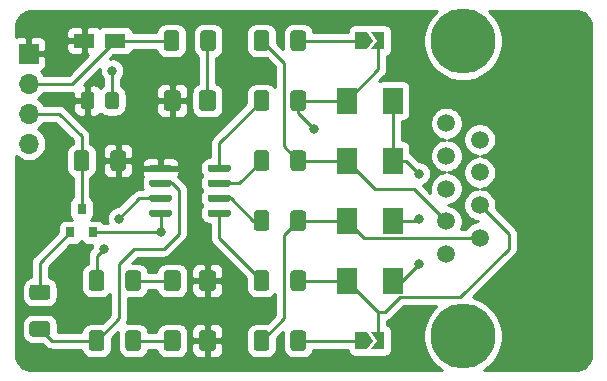
<source format=gtl>
G04 #@! TF.GenerationSoftware,KiCad,Pcbnew,(5.1.10)-1*
G04 #@! TF.CreationDate,2022-10-05T22:38:21+02:00*
G04 #@! TF.ProjectId,new_rs422_module_kicad,6e65775f-7273-4343-9232-5f6d6f64756c,rev?*
G04 #@! TF.SameCoordinates,Original*
G04 #@! TF.FileFunction,Copper,L1,Top*
G04 #@! TF.FilePolarity,Positive*
%FSLAX46Y46*%
G04 Gerber Fmt 4.6, Leading zero omitted, Abs format (unit mm)*
G04 Created by KiCad (PCBNEW (5.1.10)-1) date 2022-10-05 22:38:21*
%MOMM*%
%LPD*%
G01*
G04 APERTURE LIST*
G04 #@! TA.AperFunction,SMDPad,CuDef*
%ADD10C,0.100000*%
G04 #@! TD*
G04 #@! TA.AperFunction,SMDPad,CuDef*
%ADD11R,1.714500X2.184400*%
G04 #@! TD*
G04 #@! TA.AperFunction,SMDPad,CuDef*
%ADD12R,1.800000X1.230000*%
G04 #@! TD*
G04 #@! TA.AperFunction,ComponentPad*
%ADD13O,1.700000X1.700000*%
G04 #@! TD*
G04 #@! TA.AperFunction,ComponentPad*
%ADD14R,1.700000X1.700000*%
G04 #@! TD*
G04 #@! TA.AperFunction,ComponentPad*
%ADD15C,5.500000*%
G04 #@! TD*
G04 #@! TA.AperFunction,ComponentPad*
%ADD16C,1.500000*%
G04 #@! TD*
G04 #@! TA.AperFunction,SMDPad,CuDef*
%ADD17R,0.800000X0.900000*%
G04 #@! TD*
G04 #@! TA.AperFunction,ViaPad*
%ADD18C,0.800000*%
G04 #@! TD*
G04 #@! TA.AperFunction,Conductor*
%ADD19C,0.250000*%
G04 #@! TD*
G04 #@! TA.AperFunction,Conductor*
%ADD20C,0.254000*%
G04 #@! TD*
G04 #@! TA.AperFunction,Conductor*
%ADD21C,0.100000*%
G04 #@! TD*
G04 APERTURE END LIST*
G04 #@! TA.AperFunction,SMDPad,CuDef*
D10*
G36*
X60895000Y-58585000D02*
G01*
X60395000Y-59335000D01*
X59395000Y-59335000D01*
X59395000Y-57835000D01*
X60395000Y-57835000D01*
X60895000Y-58585000D01*
G37*
G04 #@! TD.AperFunction*
G04 #@! TA.AperFunction,SMDPad,CuDef*
G36*
X61845000Y-59335000D02*
G01*
X60695000Y-59335000D01*
X61195000Y-58585000D01*
X60695000Y-57835000D01*
X61845000Y-57835000D01*
X61845000Y-59335000D01*
G37*
G04 #@! TD.AperFunction*
G04 #@! TA.AperFunction,SMDPad,CuDef*
G36*
X60895000Y-33185000D02*
G01*
X60395000Y-33935000D01*
X59395000Y-33935000D01*
X59395000Y-32435000D01*
X60395000Y-32435000D01*
X60895000Y-33185000D01*
G37*
G04 #@! TD.AperFunction*
G04 #@! TA.AperFunction,SMDPad,CuDef*
G36*
X61845000Y-33935000D02*
G01*
X60695000Y-33935000D01*
X61195000Y-33185000D01*
X60695000Y-32435000D01*
X61845000Y-32435000D01*
X61845000Y-33935000D01*
G37*
G04 #@! TD.AperFunction*
D11*
X62556750Y-38265000D03*
X58683250Y-38265000D03*
X62556750Y-43345000D03*
X58683250Y-43345000D03*
X62556750Y-48425000D03*
X58683250Y-48425000D03*
X62556750Y-53505000D03*
X58683250Y-53505000D03*
D12*
X39070000Y-33185000D03*
X36450000Y-33185000D03*
D13*
X31750000Y-41910000D03*
X31750000Y-39370000D03*
X31750000Y-36830000D03*
D14*
X31750000Y-34290000D03*
D15*
X68510000Y-33225000D03*
X68510000Y-58215000D03*
D16*
X69930000Y-49875000D03*
X69930000Y-47105000D03*
X69930000Y-44335000D03*
X69930000Y-41565000D03*
X67090000Y-51260000D03*
X67090000Y-48490000D03*
X67090000Y-45720000D03*
X67090000Y-42950000D03*
X67090000Y-40180000D03*
G04 #@! TA.AperFunction,SMDPad,CuDef*
G36*
G01*
X46880000Y-44130000D02*
X46880000Y-43830000D01*
G75*
G02*
X47030000Y-43680000I150000J0D01*
G01*
X48680000Y-43680000D01*
G75*
G02*
X48830000Y-43830000I0J-150000D01*
G01*
X48830000Y-44130000D01*
G75*
G02*
X48680000Y-44280000I-150000J0D01*
G01*
X47030000Y-44280000D01*
G75*
G02*
X46880000Y-44130000I0J150000D01*
G01*
G37*
G04 #@! TD.AperFunction*
G04 #@! TA.AperFunction,SMDPad,CuDef*
G36*
G01*
X46880000Y-45400000D02*
X46880000Y-45100000D01*
G75*
G02*
X47030000Y-44950000I150000J0D01*
G01*
X48680000Y-44950000D01*
G75*
G02*
X48830000Y-45100000I0J-150000D01*
G01*
X48830000Y-45400000D01*
G75*
G02*
X48680000Y-45550000I-150000J0D01*
G01*
X47030000Y-45550000D01*
G75*
G02*
X46880000Y-45400000I0J150000D01*
G01*
G37*
G04 #@! TD.AperFunction*
G04 #@! TA.AperFunction,SMDPad,CuDef*
G36*
G01*
X46880000Y-46670000D02*
X46880000Y-46370000D01*
G75*
G02*
X47030000Y-46220000I150000J0D01*
G01*
X48680000Y-46220000D01*
G75*
G02*
X48830000Y-46370000I0J-150000D01*
G01*
X48830000Y-46670000D01*
G75*
G02*
X48680000Y-46820000I-150000J0D01*
G01*
X47030000Y-46820000D01*
G75*
G02*
X46880000Y-46670000I0J150000D01*
G01*
G37*
G04 #@! TD.AperFunction*
G04 #@! TA.AperFunction,SMDPad,CuDef*
G36*
G01*
X46880000Y-47940000D02*
X46880000Y-47640000D01*
G75*
G02*
X47030000Y-47490000I150000J0D01*
G01*
X48680000Y-47490000D01*
G75*
G02*
X48830000Y-47640000I0J-150000D01*
G01*
X48830000Y-47940000D01*
G75*
G02*
X48680000Y-48090000I-150000J0D01*
G01*
X47030000Y-48090000D01*
G75*
G02*
X46880000Y-47940000I0J150000D01*
G01*
G37*
G04 #@! TD.AperFunction*
G04 #@! TA.AperFunction,SMDPad,CuDef*
G36*
G01*
X41930000Y-47940000D02*
X41930000Y-47640000D01*
G75*
G02*
X42080000Y-47490000I150000J0D01*
G01*
X43730000Y-47490000D01*
G75*
G02*
X43880000Y-47640000I0J-150000D01*
G01*
X43880000Y-47940000D01*
G75*
G02*
X43730000Y-48090000I-150000J0D01*
G01*
X42080000Y-48090000D01*
G75*
G02*
X41930000Y-47940000I0J150000D01*
G01*
G37*
G04 #@! TD.AperFunction*
G04 #@! TA.AperFunction,SMDPad,CuDef*
G36*
G01*
X41930000Y-46670000D02*
X41930000Y-46370000D01*
G75*
G02*
X42080000Y-46220000I150000J0D01*
G01*
X43730000Y-46220000D01*
G75*
G02*
X43880000Y-46370000I0J-150000D01*
G01*
X43880000Y-46670000D01*
G75*
G02*
X43730000Y-46820000I-150000J0D01*
G01*
X42080000Y-46820000D01*
G75*
G02*
X41930000Y-46670000I0J150000D01*
G01*
G37*
G04 #@! TD.AperFunction*
G04 #@! TA.AperFunction,SMDPad,CuDef*
G36*
G01*
X41930000Y-45400000D02*
X41930000Y-45100000D01*
G75*
G02*
X42080000Y-44950000I150000J0D01*
G01*
X43730000Y-44950000D01*
G75*
G02*
X43880000Y-45100000I0J-150000D01*
G01*
X43880000Y-45400000D01*
G75*
G02*
X43730000Y-45550000I-150000J0D01*
G01*
X42080000Y-45550000D01*
G75*
G02*
X41930000Y-45400000I0J150000D01*
G01*
G37*
G04 #@! TD.AperFunction*
G04 #@! TA.AperFunction,SMDPad,CuDef*
G36*
G01*
X41930000Y-44130000D02*
X41930000Y-43830000D01*
G75*
G02*
X42080000Y-43680000I150000J0D01*
G01*
X43730000Y-43680000D01*
G75*
G02*
X43880000Y-43830000I0J-150000D01*
G01*
X43880000Y-44130000D01*
G75*
G02*
X43730000Y-44280000I-150000J0D01*
G01*
X42080000Y-44280000D01*
G75*
G02*
X41930000Y-44130000I0J150000D01*
G01*
G37*
G04 #@! TD.AperFunction*
G04 #@! TA.AperFunction,SMDPad,CuDef*
G36*
G01*
X38130000Y-57960000D02*
X38130000Y-59210000D01*
G75*
G02*
X37880000Y-59460000I-250000J0D01*
G01*
X37080000Y-59460000D01*
G75*
G02*
X36830000Y-59210000I0J250000D01*
G01*
X36830000Y-57960000D01*
G75*
G02*
X37080000Y-57710000I250000J0D01*
G01*
X37880000Y-57710000D01*
G75*
G02*
X38130000Y-57960000I0J-250000D01*
G01*
G37*
G04 #@! TD.AperFunction*
G04 #@! TA.AperFunction,SMDPad,CuDef*
G36*
G01*
X41230000Y-57960000D02*
X41230000Y-59210000D01*
G75*
G02*
X40980000Y-59460000I-250000J0D01*
G01*
X40180000Y-59460000D01*
G75*
G02*
X39930000Y-59210000I0J250000D01*
G01*
X39930000Y-57960000D01*
G75*
G02*
X40180000Y-57710000I250000J0D01*
G01*
X40980000Y-57710000D01*
G75*
G02*
X41230000Y-57960000I0J-250000D01*
G01*
G37*
G04 #@! TD.AperFunction*
G04 #@! TA.AperFunction,SMDPad,CuDef*
G36*
G01*
X44480000Y-32560000D02*
X44480000Y-33810000D01*
G75*
G02*
X44230000Y-34060000I-250000J0D01*
G01*
X43430000Y-34060000D01*
G75*
G02*
X43180000Y-33810000I0J250000D01*
G01*
X43180000Y-32560000D01*
G75*
G02*
X43430000Y-32310000I250000J0D01*
G01*
X44230000Y-32310000D01*
G75*
G02*
X44480000Y-32560000I0J-250000D01*
G01*
G37*
G04 #@! TD.AperFunction*
G04 #@! TA.AperFunction,SMDPad,CuDef*
G36*
G01*
X47580000Y-32560000D02*
X47580000Y-33810000D01*
G75*
G02*
X47330000Y-34060000I-250000J0D01*
G01*
X46530000Y-34060000D01*
G75*
G02*
X46280000Y-33810000I0J250000D01*
G01*
X46280000Y-32560000D01*
G75*
G02*
X46530000Y-32310000I250000J0D01*
G01*
X47330000Y-32310000D01*
G75*
G02*
X47580000Y-32560000I0J-250000D01*
G01*
G37*
G04 #@! TD.AperFunction*
G04 #@! TA.AperFunction,SMDPad,CuDef*
G36*
G01*
X38130000Y-52880000D02*
X38130000Y-54130000D01*
G75*
G02*
X37880000Y-54380000I-250000J0D01*
G01*
X37080000Y-54380000D01*
G75*
G02*
X36830000Y-54130000I0J250000D01*
G01*
X36830000Y-52880000D01*
G75*
G02*
X37080000Y-52630000I250000J0D01*
G01*
X37880000Y-52630000D01*
G75*
G02*
X38130000Y-52880000I0J-250000D01*
G01*
G37*
G04 #@! TD.AperFunction*
G04 #@! TA.AperFunction,SMDPad,CuDef*
G36*
G01*
X41230000Y-52880000D02*
X41230000Y-54130000D01*
G75*
G02*
X40980000Y-54380000I-250000J0D01*
G01*
X40180000Y-54380000D01*
G75*
G02*
X39930000Y-54130000I0J250000D01*
G01*
X39930000Y-52880000D01*
G75*
G02*
X40180000Y-52630000I250000J0D01*
G01*
X40980000Y-52630000D01*
G75*
G02*
X41230000Y-52880000I0J-250000D01*
G01*
G37*
G04 #@! TD.AperFunction*
G04 #@! TA.AperFunction,SMDPad,CuDef*
G36*
G01*
X53900000Y-59210000D02*
X53900000Y-57960000D01*
G75*
G02*
X54150000Y-57710000I250000J0D01*
G01*
X54950000Y-57710000D01*
G75*
G02*
X55200000Y-57960000I0J-250000D01*
G01*
X55200000Y-59210000D01*
G75*
G02*
X54950000Y-59460000I-250000J0D01*
G01*
X54150000Y-59460000D01*
G75*
G02*
X53900000Y-59210000I0J250000D01*
G01*
G37*
G04 #@! TD.AperFunction*
G04 #@! TA.AperFunction,SMDPad,CuDef*
G36*
G01*
X50800000Y-59210000D02*
X50800000Y-57960000D01*
G75*
G02*
X51050000Y-57710000I250000J0D01*
G01*
X51850000Y-57710000D01*
G75*
G02*
X52100000Y-57960000I0J-250000D01*
G01*
X52100000Y-59210000D01*
G75*
G02*
X51850000Y-59460000I-250000J0D01*
G01*
X51050000Y-59460000D01*
G75*
G02*
X50800000Y-59210000I0J250000D01*
G01*
G37*
G04 #@! TD.AperFunction*
G04 #@! TA.AperFunction,SMDPad,CuDef*
G36*
G01*
X53900000Y-33810000D02*
X53900000Y-32560000D01*
G75*
G02*
X54150000Y-32310000I250000J0D01*
G01*
X54950000Y-32310000D01*
G75*
G02*
X55200000Y-32560000I0J-250000D01*
G01*
X55200000Y-33810000D01*
G75*
G02*
X54950000Y-34060000I-250000J0D01*
G01*
X54150000Y-34060000D01*
G75*
G02*
X53900000Y-33810000I0J250000D01*
G01*
G37*
G04 #@! TD.AperFunction*
G04 #@! TA.AperFunction,SMDPad,CuDef*
G36*
G01*
X50800000Y-33810000D02*
X50800000Y-32560000D01*
G75*
G02*
X51050000Y-32310000I250000J0D01*
G01*
X51850000Y-32310000D01*
G75*
G02*
X52100000Y-32560000I0J-250000D01*
G01*
X52100000Y-33810000D01*
G75*
G02*
X51850000Y-34060000I-250000J0D01*
G01*
X51050000Y-34060000D01*
G75*
G02*
X50800000Y-33810000I0J250000D01*
G01*
G37*
G04 #@! TD.AperFunction*
G04 #@! TA.AperFunction,SMDPad,CuDef*
G36*
G01*
X52100000Y-47800000D02*
X52100000Y-49050000D01*
G75*
G02*
X51850000Y-49300000I-250000J0D01*
G01*
X51050000Y-49300000D01*
G75*
G02*
X50800000Y-49050000I0J250000D01*
G01*
X50800000Y-47800000D01*
G75*
G02*
X51050000Y-47550000I250000J0D01*
G01*
X51850000Y-47550000D01*
G75*
G02*
X52100000Y-47800000I0J-250000D01*
G01*
G37*
G04 #@! TD.AperFunction*
G04 #@! TA.AperFunction,SMDPad,CuDef*
G36*
G01*
X55200000Y-47800000D02*
X55200000Y-49050000D01*
G75*
G02*
X54950000Y-49300000I-250000J0D01*
G01*
X54150000Y-49300000D01*
G75*
G02*
X53900000Y-49050000I0J250000D01*
G01*
X53900000Y-47800000D01*
G75*
G02*
X54150000Y-47550000I250000J0D01*
G01*
X54950000Y-47550000D01*
G75*
G02*
X55200000Y-47800000I0J-250000D01*
G01*
G37*
G04 #@! TD.AperFunction*
G04 #@! TA.AperFunction,SMDPad,CuDef*
G36*
G01*
X52100000Y-42720000D02*
X52100000Y-43970000D01*
G75*
G02*
X51850000Y-44220000I-250000J0D01*
G01*
X51050000Y-44220000D01*
G75*
G02*
X50800000Y-43970000I0J250000D01*
G01*
X50800000Y-42720000D01*
G75*
G02*
X51050000Y-42470000I250000J0D01*
G01*
X51850000Y-42470000D01*
G75*
G02*
X52100000Y-42720000I0J-250000D01*
G01*
G37*
G04 #@! TD.AperFunction*
G04 #@! TA.AperFunction,SMDPad,CuDef*
G36*
G01*
X55200000Y-42720000D02*
X55200000Y-43970000D01*
G75*
G02*
X54950000Y-44220000I-250000J0D01*
G01*
X54150000Y-44220000D01*
G75*
G02*
X53900000Y-43970000I0J250000D01*
G01*
X53900000Y-42720000D01*
G75*
G02*
X54150000Y-42470000I250000J0D01*
G01*
X54950000Y-42470000D01*
G75*
G02*
X55200000Y-42720000I0J-250000D01*
G01*
G37*
G04 #@! TD.AperFunction*
G04 #@! TA.AperFunction,SMDPad,CuDef*
G36*
G01*
X52100000Y-37640000D02*
X52100000Y-38890000D01*
G75*
G02*
X51850000Y-39140000I-250000J0D01*
G01*
X51050000Y-39140000D01*
G75*
G02*
X50800000Y-38890000I0J250000D01*
G01*
X50800000Y-37640000D01*
G75*
G02*
X51050000Y-37390000I250000J0D01*
G01*
X51850000Y-37390000D01*
G75*
G02*
X52100000Y-37640000I0J-250000D01*
G01*
G37*
G04 #@! TD.AperFunction*
G04 #@! TA.AperFunction,SMDPad,CuDef*
G36*
G01*
X55200000Y-37640000D02*
X55200000Y-38890000D01*
G75*
G02*
X54950000Y-39140000I-250000J0D01*
G01*
X54150000Y-39140000D01*
G75*
G02*
X53900000Y-38890000I0J250000D01*
G01*
X53900000Y-37640000D01*
G75*
G02*
X54150000Y-37390000I250000J0D01*
G01*
X54950000Y-37390000D01*
G75*
G02*
X55200000Y-37640000I0J-250000D01*
G01*
G37*
G04 #@! TD.AperFunction*
G04 #@! TA.AperFunction,SMDPad,CuDef*
G36*
G01*
X52100000Y-52880000D02*
X52100000Y-54130000D01*
G75*
G02*
X51850000Y-54380000I-250000J0D01*
G01*
X51050000Y-54380000D01*
G75*
G02*
X50800000Y-54130000I0J250000D01*
G01*
X50800000Y-52880000D01*
G75*
G02*
X51050000Y-52630000I250000J0D01*
G01*
X51850000Y-52630000D01*
G75*
G02*
X52100000Y-52880000I0J-250000D01*
G01*
G37*
G04 #@! TD.AperFunction*
G04 #@! TA.AperFunction,SMDPad,CuDef*
G36*
G01*
X55200000Y-52880000D02*
X55200000Y-54130000D01*
G75*
G02*
X54950000Y-54380000I-250000J0D01*
G01*
X54150000Y-54380000D01*
G75*
G02*
X53900000Y-54130000I0J250000D01*
G01*
X53900000Y-52880000D01*
G75*
G02*
X54150000Y-52630000I250000J0D01*
G01*
X54950000Y-52630000D01*
G75*
G02*
X55200000Y-52880000I0J-250000D01*
G01*
G37*
G04 #@! TD.AperFunction*
G04 #@! TA.AperFunction,SMDPad,CuDef*
G36*
G01*
X32055000Y-56945000D02*
X33305000Y-56945000D01*
G75*
G02*
X33555000Y-57195000I0J-250000D01*
G01*
X33555000Y-57995000D01*
G75*
G02*
X33305000Y-58245000I-250000J0D01*
G01*
X32055000Y-58245000D01*
G75*
G02*
X31805000Y-57995000I0J250000D01*
G01*
X31805000Y-57195000D01*
G75*
G02*
X32055000Y-56945000I250000J0D01*
G01*
G37*
G04 #@! TD.AperFunction*
G04 #@! TA.AperFunction,SMDPad,CuDef*
G36*
G01*
X32055000Y-53845000D02*
X33305000Y-53845000D01*
G75*
G02*
X33555000Y-54095000I0J-250000D01*
G01*
X33555000Y-54895000D01*
G75*
G02*
X33305000Y-55145000I-250000J0D01*
G01*
X32055000Y-55145000D01*
G75*
G02*
X31805000Y-54895000I0J250000D01*
G01*
X31805000Y-54095000D01*
G75*
G02*
X32055000Y-53845000I250000J0D01*
G01*
G37*
G04 #@! TD.AperFunction*
G04 #@! TA.AperFunction,SMDPad,CuDef*
G36*
G01*
X38660000Y-43970000D02*
X38660000Y-42720000D01*
G75*
G02*
X38910000Y-42470000I250000J0D01*
G01*
X39710000Y-42470000D01*
G75*
G02*
X39960000Y-42720000I0J-250000D01*
G01*
X39960000Y-43970000D01*
G75*
G02*
X39710000Y-44220000I-250000J0D01*
G01*
X38910000Y-44220000D01*
G75*
G02*
X38660000Y-43970000I0J250000D01*
G01*
G37*
G04 #@! TD.AperFunction*
G04 #@! TA.AperFunction,SMDPad,CuDef*
G36*
G01*
X35560000Y-43970000D02*
X35560000Y-42720000D01*
G75*
G02*
X35810000Y-42470000I250000J0D01*
G01*
X36610000Y-42470000D01*
G75*
G02*
X36860000Y-42720000I0J-250000D01*
G01*
X36860000Y-43970000D01*
G75*
G02*
X36610000Y-44220000I-250000J0D01*
G01*
X35810000Y-44220000D01*
G75*
G02*
X35560000Y-43970000I0J250000D01*
G01*
G37*
G04 #@! TD.AperFunction*
D17*
X36210000Y-47425000D03*
X37160000Y-49425000D03*
X35260000Y-49425000D03*
G04 #@! TA.AperFunction,SMDPad,CuDef*
G36*
G01*
X46155000Y-54130000D02*
X46155000Y-52880000D01*
G75*
G02*
X46405000Y-52630000I250000J0D01*
G01*
X47330000Y-52630000D01*
G75*
G02*
X47580000Y-52880000I0J-250000D01*
G01*
X47580000Y-54130000D01*
G75*
G02*
X47330000Y-54380000I-250000J0D01*
G01*
X46405000Y-54380000D01*
G75*
G02*
X46155000Y-54130000I0J250000D01*
G01*
G37*
G04 #@! TD.AperFunction*
G04 #@! TA.AperFunction,SMDPad,CuDef*
G36*
G01*
X43180000Y-54130000D02*
X43180000Y-52880000D01*
G75*
G02*
X43430000Y-52630000I250000J0D01*
G01*
X44355000Y-52630000D01*
G75*
G02*
X44605000Y-52880000I0J-250000D01*
G01*
X44605000Y-54130000D01*
G75*
G02*
X44355000Y-54380000I-250000J0D01*
G01*
X43430000Y-54380000D01*
G75*
G02*
X43180000Y-54130000I0J250000D01*
G01*
G37*
G04 #@! TD.AperFunction*
G04 #@! TA.AperFunction,SMDPad,CuDef*
G36*
G01*
X46155000Y-59210000D02*
X46155000Y-57960000D01*
G75*
G02*
X46405000Y-57710000I250000J0D01*
G01*
X47330000Y-57710000D01*
G75*
G02*
X47580000Y-57960000I0J-250000D01*
G01*
X47580000Y-59210000D01*
G75*
G02*
X47330000Y-59460000I-250000J0D01*
G01*
X46405000Y-59460000D01*
G75*
G02*
X46155000Y-59210000I0J250000D01*
G01*
G37*
G04 #@! TD.AperFunction*
G04 #@! TA.AperFunction,SMDPad,CuDef*
G36*
G01*
X43180000Y-59210000D02*
X43180000Y-57960000D01*
G75*
G02*
X43430000Y-57710000I250000J0D01*
G01*
X44355000Y-57710000D01*
G75*
G02*
X44605000Y-57960000I0J-250000D01*
G01*
X44605000Y-59210000D01*
G75*
G02*
X44355000Y-59460000I-250000J0D01*
G01*
X43430000Y-59460000D01*
G75*
G02*
X43180000Y-59210000I0J250000D01*
G01*
G37*
G04 #@! TD.AperFunction*
G04 #@! TA.AperFunction,SMDPad,CuDef*
G36*
G01*
X44605000Y-37640000D02*
X44605000Y-38890000D01*
G75*
G02*
X44355000Y-39140000I-250000J0D01*
G01*
X43430000Y-39140000D01*
G75*
G02*
X43180000Y-38890000I0J250000D01*
G01*
X43180000Y-37640000D01*
G75*
G02*
X43430000Y-37390000I250000J0D01*
G01*
X44355000Y-37390000D01*
G75*
G02*
X44605000Y-37640000I0J-250000D01*
G01*
G37*
G04 #@! TD.AperFunction*
G04 #@! TA.AperFunction,SMDPad,CuDef*
G36*
G01*
X47580000Y-37640000D02*
X47580000Y-38890000D01*
G75*
G02*
X47330000Y-39140000I-250000J0D01*
G01*
X46405000Y-39140000D01*
G75*
G02*
X46155000Y-38890000I0J250000D01*
G01*
X46155000Y-37640000D01*
G75*
G02*
X46405000Y-37390000I250000J0D01*
G01*
X47330000Y-37390000D01*
G75*
G02*
X47580000Y-37640000I0J-250000D01*
G01*
G37*
G04 #@! TD.AperFunction*
G04 #@! TA.AperFunction,SMDPad,CuDef*
G36*
G01*
X38210000Y-38740000D02*
X38210000Y-37790000D01*
G75*
G02*
X38460000Y-37540000I250000J0D01*
G01*
X39135000Y-37540000D01*
G75*
G02*
X39385000Y-37790000I0J-250000D01*
G01*
X39385000Y-38740000D01*
G75*
G02*
X39135000Y-38990000I-250000J0D01*
G01*
X38460000Y-38990000D01*
G75*
G02*
X38210000Y-38740000I0J250000D01*
G01*
G37*
G04 #@! TD.AperFunction*
G04 #@! TA.AperFunction,SMDPad,CuDef*
G36*
G01*
X36135000Y-38740000D02*
X36135000Y-37790000D01*
G75*
G02*
X36385000Y-37540000I250000J0D01*
G01*
X37060000Y-37540000D01*
G75*
G02*
X37310000Y-37790000I0J-250000D01*
G01*
X37310000Y-38740000D01*
G75*
G02*
X37060000Y-38990000I-250000J0D01*
G01*
X36385000Y-38990000D01*
G75*
G02*
X36135000Y-38740000I0J250000D01*
G01*
G37*
G04 #@! TD.AperFunction*
D18*
X42905000Y-49425000D03*
X38797500Y-35725000D03*
X64770000Y-44450000D03*
X64770000Y-52070000D03*
X64770000Y-48260000D03*
X55880000Y-40640000D03*
X38100000Y-50800000D03*
X39370000Y-48260000D03*
D19*
X46867500Y-33247500D02*
X46930000Y-33185000D01*
X46867500Y-38265000D02*
X46867500Y-33247500D01*
X43892500Y-58585000D02*
X40580000Y-58585000D01*
X43892500Y-53505000D02*
X40580000Y-53505000D01*
X32680000Y-52005000D02*
X35260000Y-49425000D01*
X32680000Y-54495000D02*
X32680000Y-52005000D01*
X47855000Y-49910000D02*
X51450000Y-53505000D01*
X47855000Y-47790000D02*
X47855000Y-49910000D01*
X47855000Y-41860000D02*
X51450000Y-38265000D01*
X47855000Y-43980000D02*
X47855000Y-41860000D01*
X49545000Y-45250000D02*
X51450000Y-43345000D01*
X47855000Y-45250000D02*
X49545000Y-45250000D01*
X50735000Y-48425000D02*
X51450000Y-48425000D01*
X48830000Y-46520000D02*
X50735000Y-48425000D01*
X47855000Y-46520000D02*
X48830000Y-46520000D01*
X33670000Y-58585000D02*
X32680000Y-57595000D01*
X37480000Y-58585000D02*
X33670000Y-58585000D01*
X43880000Y-45250000D02*
X42905000Y-45250000D01*
X44450000Y-45820000D02*
X43880000Y-45250000D01*
X44450000Y-49530000D02*
X44450000Y-45820000D01*
X43180000Y-50800000D02*
X44450000Y-49530000D01*
X40640000Y-50800000D02*
X43180000Y-50800000D01*
X39370000Y-52070000D02*
X40640000Y-50800000D01*
X39370000Y-56695000D02*
X39370000Y-52070000D01*
X37480000Y-58585000D02*
X39370000Y-56695000D01*
X42905000Y-47790000D02*
X42905000Y-49425000D01*
X37160000Y-49425000D02*
X42905000Y-49425000D01*
X38797500Y-38265000D02*
X38797500Y-35725000D01*
X39070000Y-33185000D02*
X43830000Y-33185000D01*
X35425000Y-36830000D02*
X39070000Y-33185000D01*
X31750000Y-36830000D02*
X35425000Y-36830000D01*
X62556750Y-38265000D02*
X62556750Y-43345000D01*
X63665000Y-43345000D02*
X64770000Y-44450000D01*
X62556750Y-43345000D02*
X63665000Y-43345000D01*
X63335000Y-53505000D02*
X64770000Y-52070000D01*
X62556750Y-53505000D02*
X63335000Y-53505000D01*
X64605000Y-48425000D02*
X64770000Y-48260000D01*
X62556750Y-48425000D02*
X64605000Y-48425000D01*
X54550000Y-53505000D02*
X58683250Y-53505000D01*
X61345000Y-56166750D02*
X61345000Y-58585000D01*
X58683250Y-53505000D02*
X61345000Y-56166750D01*
X61345000Y-56166750D02*
X61943250Y-56166750D01*
X63187799Y-54922201D02*
X68267799Y-54922201D01*
X61943250Y-56166750D02*
X63187799Y-54922201D01*
X68267799Y-54922201D02*
X72390000Y-50800000D01*
X72390000Y-49565000D02*
X69930000Y-47105000D01*
X72390000Y-50800000D02*
X72390000Y-49565000D01*
X54550000Y-48425000D02*
X58683250Y-48425000D01*
X54550000Y-48425000D02*
X53340000Y-49635000D01*
X53340000Y-56695000D02*
X51450000Y-58585000D01*
X53340000Y-49635000D02*
X53340000Y-56695000D01*
X60133250Y-49875000D02*
X58683250Y-48425000D01*
X69930000Y-49875000D02*
X60133250Y-49875000D01*
X54550000Y-43345000D02*
X58683250Y-43345000D01*
X54550000Y-43345000D02*
X53340000Y-42135000D01*
X53340000Y-35075000D02*
X51450000Y-33185000D01*
X53340000Y-42135000D02*
X53340000Y-35075000D01*
X67090000Y-48490000D02*
X64320000Y-45720000D01*
X61058250Y-45720000D02*
X58683250Y-43345000D01*
X64320000Y-45720000D02*
X61058250Y-45720000D01*
X61345000Y-35603250D02*
X61345000Y-33185000D01*
X58683250Y-38265000D02*
X61345000Y-35603250D01*
X54550000Y-38265000D02*
X58683250Y-38265000D01*
X54550000Y-39310000D02*
X55880000Y-40640000D01*
X54550000Y-38265000D02*
X54550000Y-39310000D01*
X54550000Y-33185000D02*
X59895000Y-33185000D01*
X54550000Y-58585000D02*
X59895000Y-58585000D01*
X37480000Y-51420000D02*
X38100000Y-50800000D01*
X37480000Y-53505000D02*
X37480000Y-51420000D01*
X41110000Y-46520000D02*
X42905000Y-46520000D01*
X39370000Y-48260000D02*
X41110000Y-46520000D01*
X36210000Y-47425000D02*
X36210000Y-43345000D01*
X36210000Y-41290000D02*
X36210000Y-43345000D01*
X34290000Y-39370000D02*
X36210000Y-41290000D01*
X31750000Y-39370000D02*
X34290000Y-39370000D01*
D20*
X65880698Y-31067188D02*
X65510252Y-31621601D01*
X65255083Y-32237632D01*
X65125000Y-32891607D01*
X65125000Y-33558393D01*
X65255083Y-34212368D01*
X65510252Y-34828399D01*
X65880698Y-35382812D01*
X66352188Y-35854302D01*
X66906601Y-36224748D01*
X67522632Y-36479917D01*
X68176607Y-36610000D01*
X68843393Y-36610000D01*
X69497368Y-36479917D01*
X70113399Y-36224748D01*
X70667812Y-35854302D01*
X71139302Y-35382812D01*
X71509748Y-34828399D01*
X71764917Y-34212368D01*
X71895000Y-33558393D01*
X71895000Y-32891607D01*
X71764917Y-32237632D01*
X71509748Y-31621601D01*
X71139302Y-31067188D01*
X70732114Y-30660000D01*
X77967721Y-30660000D01*
X78259659Y-30688625D01*
X78509429Y-30764035D01*
X78739792Y-30886522D01*
X78941980Y-31051422D01*
X79108286Y-31252450D01*
X79232378Y-31481954D01*
X79309531Y-31731195D01*
X79340001Y-32021098D01*
X79340000Y-59737721D01*
X79311375Y-60029660D01*
X79235965Y-60279429D01*
X79113477Y-60509794D01*
X78948579Y-60711979D01*
X78747546Y-60878288D01*
X78518046Y-61002378D01*
X78268805Y-61079531D01*
X77978911Y-61110000D01*
X70270166Y-61110000D01*
X70667812Y-60844302D01*
X71139302Y-60372812D01*
X71509748Y-59818399D01*
X71764917Y-59202368D01*
X71895000Y-58548393D01*
X71895000Y-57881607D01*
X71764917Y-57227632D01*
X71509748Y-56611601D01*
X71139302Y-56057188D01*
X70667812Y-55585698D01*
X70113399Y-55215252D01*
X69497368Y-54960083D01*
X69336681Y-54928120D01*
X72901004Y-51363798D01*
X72930001Y-51340001D01*
X73024974Y-51224276D01*
X73095546Y-51092247D01*
X73139003Y-50948986D01*
X73150000Y-50837333D01*
X73150000Y-50837332D01*
X73153677Y-50800000D01*
X73150000Y-50762667D01*
X73150000Y-49602322D01*
X73153676Y-49564999D01*
X73150000Y-49527676D01*
X73150000Y-49527667D01*
X73139003Y-49416014D01*
X73095546Y-49272753D01*
X73024974Y-49140724D01*
X72930001Y-49024999D01*
X72901003Y-49001201D01*
X71286167Y-47386365D01*
X71315000Y-47241411D01*
X71315000Y-46968589D01*
X71261775Y-46701011D01*
X71157371Y-46448957D01*
X71005799Y-46222114D01*
X70812886Y-46029201D01*
X70586043Y-45877629D01*
X70333989Y-45773225D01*
X70066411Y-45720000D01*
X70333989Y-45666775D01*
X70586043Y-45562371D01*
X70812886Y-45410799D01*
X71005799Y-45217886D01*
X71157371Y-44991043D01*
X71261775Y-44738989D01*
X71315000Y-44471411D01*
X71315000Y-44198589D01*
X71261775Y-43931011D01*
X71157371Y-43678957D01*
X71005799Y-43452114D01*
X70812886Y-43259201D01*
X70586043Y-43107629D01*
X70333989Y-43003225D01*
X70066411Y-42950000D01*
X70333989Y-42896775D01*
X70586043Y-42792371D01*
X70812886Y-42640799D01*
X71005799Y-42447886D01*
X71157371Y-42221043D01*
X71261775Y-41968989D01*
X71315000Y-41701411D01*
X71315000Y-41428589D01*
X71261775Y-41161011D01*
X71157371Y-40908957D01*
X71005799Y-40682114D01*
X70812886Y-40489201D01*
X70586043Y-40337629D01*
X70333989Y-40233225D01*
X70066411Y-40180000D01*
X69793589Y-40180000D01*
X69526011Y-40233225D01*
X69273957Y-40337629D01*
X69047114Y-40489201D01*
X68854201Y-40682114D01*
X68702629Y-40908957D01*
X68598225Y-41161011D01*
X68545000Y-41428589D01*
X68545000Y-41701411D01*
X68598225Y-41968989D01*
X68702629Y-42221043D01*
X68854201Y-42447886D01*
X69047114Y-42640799D01*
X69273957Y-42792371D01*
X69526011Y-42896775D01*
X69793589Y-42950000D01*
X69526011Y-43003225D01*
X69273957Y-43107629D01*
X69047114Y-43259201D01*
X68854201Y-43452114D01*
X68702629Y-43678957D01*
X68598225Y-43931011D01*
X68545000Y-44198589D01*
X68545000Y-44471411D01*
X68598225Y-44738989D01*
X68702629Y-44991043D01*
X68854201Y-45217886D01*
X69047114Y-45410799D01*
X69273957Y-45562371D01*
X69526011Y-45666775D01*
X69793589Y-45720000D01*
X69526011Y-45773225D01*
X69273957Y-45877629D01*
X69047114Y-46029201D01*
X68854201Y-46222114D01*
X68702629Y-46448957D01*
X68598225Y-46701011D01*
X68545000Y-46968589D01*
X68545000Y-47241411D01*
X68598225Y-47508989D01*
X68702629Y-47761043D01*
X68854201Y-47987886D01*
X69047114Y-48180799D01*
X69273957Y-48332371D01*
X69526011Y-48436775D01*
X69793589Y-48490000D01*
X69526011Y-48543225D01*
X69273957Y-48647629D01*
X69047114Y-48799201D01*
X68854201Y-48992114D01*
X68772091Y-49115000D01*
X68330229Y-49115000D01*
X68421775Y-48893989D01*
X68475000Y-48626411D01*
X68475000Y-48353589D01*
X68421775Y-48086011D01*
X68317371Y-47833957D01*
X68165799Y-47607114D01*
X67972886Y-47414201D01*
X67746043Y-47262629D01*
X67493989Y-47158225D01*
X67226411Y-47105000D01*
X67493989Y-47051775D01*
X67746043Y-46947371D01*
X67972886Y-46795799D01*
X68165799Y-46602886D01*
X68317371Y-46376043D01*
X68421775Y-46123989D01*
X68475000Y-45856411D01*
X68475000Y-45583589D01*
X68421775Y-45316011D01*
X68317371Y-45063957D01*
X68165799Y-44837114D01*
X67972886Y-44644201D01*
X67746043Y-44492629D01*
X67493989Y-44388225D01*
X67226411Y-44335000D01*
X67493989Y-44281775D01*
X67746043Y-44177371D01*
X67972886Y-44025799D01*
X68165799Y-43832886D01*
X68317371Y-43606043D01*
X68421775Y-43353989D01*
X68475000Y-43086411D01*
X68475000Y-42813589D01*
X68421775Y-42546011D01*
X68317371Y-42293957D01*
X68165799Y-42067114D01*
X67972886Y-41874201D01*
X67746043Y-41722629D01*
X67493989Y-41618225D01*
X67226411Y-41565000D01*
X67493989Y-41511775D01*
X67746043Y-41407371D01*
X67972886Y-41255799D01*
X68165799Y-41062886D01*
X68317371Y-40836043D01*
X68421775Y-40583989D01*
X68475000Y-40316411D01*
X68475000Y-40043589D01*
X68421775Y-39776011D01*
X68317371Y-39523957D01*
X68165799Y-39297114D01*
X67972886Y-39104201D01*
X67746043Y-38952629D01*
X67493989Y-38848225D01*
X67226411Y-38795000D01*
X66953589Y-38795000D01*
X66686011Y-38848225D01*
X66433957Y-38952629D01*
X66207114Y-39104201D01*
X66014201Y-39297114D01*
X65862629Y-39523957D01*
X65758225Y-39776011D01*
X65705000Y-40043589D01*
X65705000Y-40316411D01*
X65758225Y-40583989D01*
X65862629Y-40836043D01*
X66014201Y-41062886D01*
X66207114Y-41255799D01*
X66433957Y-41407371D01*
X66686011Y-41511775D01*
X66953589Y-41565000D01*
X66686011Y-41618225D01*
X66433957Y-41722629D01*
X66207114Y-41874201D01*
X66014201Y-42067114D01*
X65862629Y-42293957D01*
X65758225Y-42546011D01*
X65705000Y-42813589D01*
X65705000Y-43086411D01*
X65758225Y-43353989D01*
X65862629Y-43606043D01*
X66014201Y-43832886D01*
X66207114Y-44025799D01*
X66433957Y-44177371D01*
X66686011Y-44281775D01*
X66953589Y-44335000D01*
X66686011Y-44388225D01*
X66433957Y-44492629D01*
X66207114Y-44644201D01*
X66014201Y-44837114D01*
X65862629Y-45063957D01*
X65758225Y-45316011D01*
X65705000Y-45583589D01*
X65705000Y-45856411D01*
X65748152Y-46073351D01*
X65105930Y-45431129D01*
X65260256Y-45367205D01*
X65429774Y-45253937D01*
X65573937Y-45109774D01*
X65687205Y-44940256D01*
X65765226Y-44751898D01*
X65805000Y-44551939D01*
X65805000Y-44348061D01*
X65765226Y-44148102D01*
X65687205Y-43959744D01*
X65573937Y-43790226D01*
X65429774Y-43646063D01*
X65260256Y-43532795D01*
X65071898Y-43454774D01*
X64871939Y-43415000D01*
X64809802Y-43415000D01*
X64228804Y-42834002D01*
X64205001Y-42804999D01*
X64089276Y-42710026D01*
X64052072Y-42690140D01*
X64052072Y-42252800D01*
X64039812Y-42128318D01*
X64003502Y-42008620D01*
X63944537Y-41898306D01*
X63865185Y-41801615D01*
X63768494Y-41722263D01*
X63658180Y-41663298D01*
X63538482Y-41626988D01*
X63414000Y-41614728D01*
X63316750Y-41614728D01*
X63316750Y-39995272D01*
X63414000Y-39995272D01*
X63538482Y-39983012D01*
X63658180Y-39946702D01*
X63768494Y-39887737D01*
X63865185Y-39808385D01*
X63944537Y-39711694D01*
X64003502Y-39601380D01*
X64039812Y-39481682D01*
X64052072Y-39357200D01*
X64052072Y-37172800D01*
X64039812Y-37048318D01*
X64003502Y-36928620D01*
X63944537Y-36818306D01*
X63865185Y-36721615D01*
X63768494Y-36642263D01*
X63658180Y-36583298D01*
X63538482Y-36546988D01*
X63414000Y-36534728D01*
X61699500Y-36534728D01*
X61575018Y-36546988D01*
X61455320Y-36583298D01*
X61421879Y-36601173D01*
X61856004Y-36167048D01*
X61885001Y-36143251D01*
X61945117Y-36070000D01*
X61979974Y-36027527D01*
X62050546Y-35895497D01*
X62085415Y-35780546D01*
X62094003Y-35752236D01*
X62105000Y-35640583D01*
X62105000Y-35640573D01*
X62108676Y-35603250D01*
X62105000Y-35565927D01*
X62105000Y-34516046D01*
X62199494Y-34465537D01*
X62296185Y-34386185D01*
X62375537Y-34289494D01*
X62434502Y-34179180D01*
X62470812Y-34059482D01*
X62483072Y-33935000D01*
X62483072Y-32435000D01*
X62470812Y-32310518D01*
X62434502Y-32190820D01*
X62375537Y-32080506D01*
X62296185Y-31983815D01*
X62199494Y-31904463D01*
X62089180Y-31845498D01*
X61969482Y-31809188D01*
X61845000Y-31796928D01*
X60695000Y-31796928D01*
X60571173Y-31809059D01*
X60545065Y-31816949D01*
X60519482Y-31809188D01*
X60395000Y-31796928D01*
X59395000Y-31796928D01*
X59270518Y-31809188D01*
X59150820Y-31845498D01*
X59040506Y-31904463D01*
X58943815Y-31983815D01*
X58864463Y-32080506D01*
X58805498Y-32190820D01*
X58769188Y-32310518D01*
X58757913Y-32425000D01*
X55824776Y-32425000D01*
X55821008Y-32386746D01*
X55770472Y-32220150D01*
X55688405Y-32066614D01*
X55577962Y-31932038D01*
X55443386Y-31821595D01*
X55289850Y-31739528D01*
X55123254Y-31688992D01*
X54950000Y-31671928D01*
X54150000Y-31671928D01*
X53976746Y-31688992D01*
X53810150Y-31739528D01*
X53656614Y-31821595D01*
X53522038Y-31932038D01*
X53411595Y-32066614D01*
X53329528Y-32220150D01*
X53278992Y-32386746D01*
X53261928Y-32560000D01*
X53261928Y-33810000D01*
X53274178Y-33934376D01*
X52738072Y-33398271D01*
X52738072Y-32560000D01*
X52721008Y-32386746D01*
X52670472Y-32220150D01*
X52588405Y-32066614D01*
X52477962Y-31932038D01*
X52343386Y-31821595D01*
X52189850Y-31739528D01*
X52023254Y-31688992D01*
X51850000Y-31671928D01*
X51050000Y-31671928D01*
X50876746Y-31688992D01*
X50710150Y-31739528D01*
X50556614Y-31821595D01*
X50422038Y-31932038D01*
X50311595Y-32066614D01*
X50229528Y-32220150D01*
X50178992Y-32386746D01*
X50161928Y-32560000D01*
X50161928Y-33810000D01*
X50178992Y-33983254D01*
X50229528Y-34149850D01*
X50311595Y-34303386D01*
X50422038Y-34437962D01*
X50556614Y-34548405D01*
X50710150Y-34630472D01*
X50876746Y-34681008D01*
X51050000Y-34698072D01*
X51850000Y-34698072D01*
X51884839Y-34694641D01*
X52580001Y-35389803D01*
X52580001Y-37136373D01*
X52477962Y-37012038D01*
X52343386Y-36901595D01*
X52189850Y-36819528D01*
X52023254Y-36768992D01*
X51850000Y-36751928D01*
X51050000Y-36751928D01*
X50876746Y-36768992D01*
X50710150Y-36819528D01*
X50556614Y-36901595D01*
X50422038Y-37012038D01*
X50311595Y-37146614D01*
X50229528Y-37300150D01*
X50178992Y-37466746D01*
X50161928Y-37640000D01*
X50161928Y-38478270D01*
X47343998Y-41296201D01*
X47315000Y-41319999D01*
X47291202Y-41348997D01*
X47291201Y-41348998D01*
X47220026Y-41435724D01*
X47149454Y-41567754D01*
X47120472Y-41663298D01*
X47105998Y-41711014D01*
X47095001Y-41822667D01*
X47091324Y-41860000D01*
X47095001Y-41897332D01*
X47095000Y-43041928D01*
X47030000Y-43041928D01*
X46876255Y-43057071D01*
X46728418Y-43101916D01*
X46592171Y-43174742D01*
X46472749Y-43272749D01*
X46374742Y-43392171D01*
X46301916Y-43528418D01*
X46257071Y-43676255D01*
X46241928Y-43830000D01*
X46241928Y-44130000D01*
X46257071Y-44283745D01*
X46301916Y-44431582D01*
X46374742Y-44567829D01*
X46413454Y-44615000D01*
X46374742Y-44662171D01*
X46301916Y-44798418D01*
X46257071Y-44946255D01*
X46241928Y-45100000D01*
X46241928Y-45400000D01*
X46257071Y-45553745D01*
X46301916Y-45701582D01*
X46374742Y-45837829D01*
X46413454Y-45885000D01*
X46374742Y-45932171D01*
X46301916Y-46068418D01*
X46257071Y-46216255D01*
X46241928Y-46370000D01*
X46241928Y-46670000D01*
X46257071Y-46823745D01*
X46301916Y-46971582D01*
X46374742Y-47107829D01*
X46413454Y-47155000D01*
X46374742Y-47202171D01*
X46301916Y-47338418D01*
X46257071Y-47486255D01*
X46241928Y-47640000D01*
X46241928Y-47940000D01*
X46257071Y-48093745D01*
X46301916Y-48241582D01*
X46374742Y-48377829D01*
X46472749Y-48497251D01*
X46592171Y-48595258D01*
X46728418Y-48668084D01*
X46876255Y-48712929D01*
X47030000Y-48728072D01*
X47095000Y-48728072D01*
X47095001Y-49872668D01*
X47091324Y-49910000D01*
X47095001Y-49947333D01*
X47105998Y-50058986D01*
X47113821Y-50084774D01*
X47149454Y-50202246D01*
X47220026Y-50334276D01*
X47278509Y-50405537D01*
X47315000Y-50450001D01*
X47343998Y-50473799D01*
X50161928Y-53291730D01*
X50161928Y-54130000D01*
X50178992Y-54303254D01*
X50229528Y-54469850D01*
X50311595Y-54623386D01*
X50422038Y-54757962D01*
X50556614Y-54868405D01*
X50710150Y-54950472D01*
X50876746Y-55001008D01*
X51050000Y-55018072D01*
X51850000Y-55018072D01*
X52023254Y-55001008D01*
X52189850Y-54950472D01*
X52343386Y-54868405D01*
X52477962Y-54757962D01*
X52580001Y-54633627D01*
X52580001Y-56380197D01*
X51884839Y-57075359D01*
X51850000Y-57071928D01*
X51050000Y-57071928D01*
X50876746Y-57088992D01*
X50710150Y-57139528D01*
X50556614Y-57221595D01*
X50422038Y-57332038D01*
X50311595Y-57466614D01*
X50229528Y-57620150D01*
X50178992Y-57786746D01*
X50161928Y-57960000D01*
X50161928Y-59210000D01*
X50178992Y-59383254D01*
X50229528Y-59549850D01*
X50311595Y-59703386D01*
X50422038Y-59837962D01*
X50556614Y-59948405D01*
X50710150Y-60030472D01*
X50876746Y-60081008D01*
X51050000Y-60098072D01*
X51850000Y-60098072D01*
X52023254Y-60081008D01*
X52189850Y-60030472D01*
X52343386Y-59948405D01*
X52477962Y-59837962D01*
X52588405Y-59703386D01*
X52670472Y-59549850D01*
X52721008Y-59383254D01*
X52738072Y-59210000D01*
X52738072Y-58371729D01*
X53274178Y-57835624D01*
X53261928Y-57960000D01*
X53261928Y-59210000D01*
X53278992Y-59383254D01*
X53329528Y-59549850D01*
X53411595Y-59703386D01*
X53522038Y-59837962D01*
X53656614Y-59948405D01*
X53810150Y-60030472D01*
X53976746Y-60081008D01*
X54150000Y-60098072D01*
X54950000Y-60098072D01*
X55123254Y-60081008D01*
X55289850Y-60030472D01*
X55443386Y-59948405D01*
X55577962Y-59837962D01*
X55688405Y-59703386D01*
X55770472Y-59549850D01*
X55821008Y-59383254D01*
X55824776Y-59345000D01*
X58757913Y-59345000D01*
X58769188Y-59459482D01*
X58805498Y-59579180D01*
X58864463Y-59689494D01*
X58943815Y-59786185D01*
X59040506Y-59865537D01*
X59150820Y-59924502D01*
X59270518Y-59960812D01*
X59395000Y-59973072D01*
X60395000Y-59973072D01*
X60520136Y-59960681D01*
X60545064Y-59953091D01*
X60570518Y-59960812D01*
X60695000Y-59973072D01*
X61845000Y-59973072D01*
X61969482Y-59960812D01*
X62089180Y-59924502D01*
X62199494Y-59865537D01*
X62296185Y-59786185D01*
X62375537Y-59689494D01*
X62434502Y-59579180D01*
X62470812Y-59459482D01*
X62483072Y-59335000D01*
X62483072Y-57835000D01*
X62470812Y-57710518D01*
X62434502Y-57590820D01*
X62375537Y-57480506D01*
X62296185Y-57383815D01*
X62199494Y-57304463D01*
X62105000Y-57253954D01*
X62105000Y-56911881D01*
X62235497Y-56872296D01*
X62367526Y-56801724D01*
X62483251Y-56706751D01*
X62507054Y-56677747D01*
X63502601Y-55682201D01*
X66255685Y-55682201D01*
X65880698Y-56057188D01*
X65510252Y-56611601D01*
X65255083Y-57227632D01*
X65125000Y-57881607D01*
X65125000Y-58548393D01*
X65255083Y-59202368D01*
X65510252Y-59818399D01*
X65880698Y-60372812D01*
X66352188Y-60844302D01*
X66749834Y-61110000D01*
X32032279Y-61110000D01*
X31740340Y-61081375D01*
X31490571Y-61005965D01*
X31260206Y-60883477D01*
X31058021Y-60718579D01*
X30891712Y-60517546D01*
X30767622Y-60288046D01*
X30690469Y-60038805D01*
X30660000Y-59748911D01*
X30660000Y-42920107D01*
X30803368Y-43063475D01*
X31046589Y-43225990D01*
X31316842Y-43337932D01*
X31603740Y-43395000D01*
X31896260Y-43395000D01*
X32183158Y-43337932D01*
X32453411Y-43225990D01*
X32696632Y-43063475D01*
X32903475Y-42856632D01*
X33065990Y-42613411D01*
X33177932Y-42343158D01*
X33235000Y-42056260D01*
X33235000Y-41763740D01*
X33177932Y-41476842D01*
X33065990Y-41206589D01*
X32903475Y-40963368D01*
X32696632Y-40756525D01*
X32522240Y-40640000D01*
X32696632Y-40523475D01*
X32903475Y-40316632D01*
X33028178Y-40130000D01*
X33975199Y-40130000D01*
X35450000Y-41604802D01*
X35450000Y-41910298D01*
X35316614Y-41981595D01*
X35182038Y-42092038D01*
X35071595Y-42226614D01*
X34989528Y-42380150D01*
X34938992Y-42546746D01*
X34921928Y-42720000D01*
X34921928Y-43970000D01*
X34938992Y-44143254D01*
X34989528Y-44309850D01*
X35071595Y-44463386D01*
X35182038Y-44597962D01*
X35316614Y-44708405D01*
X35450001Y-44779702D01*
X35450000Y-46448981D01*
X35358815Y-46523815D01*
X35279463Y-46620506D01*
X35220498Y-46730820D01*
X35184188Y-46850518D01*
X35171928Y-46975000D01*
X35171928Y-47875000D01*
X35184188Y-47999482D01*
X35220498Y-48119180D01*
X35279463Y-48229494D01*
X35358815Y-48326185D01*
X35371905Y-48336928D01*
X34860000Y-48336928D01*
X34735518Y-48349188D01*
X34615820Y-48385498D01*
X34505506Y-48444463D01*
X34408815Y-48523815D01*
X34329463Y-48620506D01*
X34270498Y-48730820D01*
X34234188Y-48850518D01*
X34221928Y-48975000D01*
X34221928Y-49388270D01*
X32168998Y-51441201D01*
X32140000Y-51464999D01*
X32116202Y-51493997D01*
X32116201Y-51493998D01*
X32045026Y-51580724D01*
X31974454Y-51712754D01*
X31944180Y-51812558D01*
X31937373Y-51835000D01*
X31930998Y-51856015D01*
X31916324Y-52005000D01*
X31920001Y-52042332D01*
X31920001Y-53220224D01*
X31881746Y-53223992D01*
X31715150Y-53274528D01*
X31561614Y-53356595D01*
X31427038Y-53467038D01*
X31316595Y-53601614D01*
X31234528Y-53755150D01*
X31183992Y-53921746D01*
X31166928Y-54095000D01*
X31166928Y-54895000D01*
X31183992Y-55068254D01*
X31234528Y-55234850D01*
X31316595Y-55388386D01*
X31427038Y-55522962D01*
X31561614Y-55633405D01*
X31715150Y-55715472D01*
X31881746Y-55766008D01*
X32055000Y-55783072D01*
X33305000Y-55783072D01*
X33478254Y-55766008D01*
X33644850Y-55715472D01*
X33798386Y-55633405D01*
X33932962Y-55522962D01*
X34043405Y-55388386D01*
X34125472Y-55234850D01*
X34176008Y-55068254D01*
X34193072Y-54895000D01*
X34193072Y-54095000D01*
X34176008Y-53921746D01*
X34125472Y-53755150D01*
X34043405Y-53601614D01*
X33932962Y-53467038D01*
X33798386Y-53356595D01*
X33644850Y-53274528D01*
X33478254Y-53223992D01*
X33440000Y-53220224D01*
X33440000Y-52319801D01*
X35246730Y-50513072D01*
X35660000Y-50513072D01*
X35784482Y-50500812D01*
X35904180Y-50464502D01*
X36014494Y-50405537D01*
X36111185Y-50326185D01*
X36190537Y-50229494D01*
X36210000Y-50193082D01*
X36229463Y-50229494D01*
X36308815Y-50326185D01*
X36405506Y-50405537D01*
X36515820Y-50464502D01*
X36635518Y-50500812D01*
X36760000Y-50513072D01*
X37101796Y-50513072D01*
X37065000Y-50698061D01*
X37065000Y-50760199D01*
X36968997Y-50856202D01*
X36940000Y-50879999D01*
X36916202Y-50908997D01*
X36916201Y-50908998D01*
X36845026Y-50995724D01*
X36774454Y-51127754D01*
X36730998Y-51271015D01*
X36716324Y-51420000D01*
X36720001Y-51457332D01*
X36720001Y-52070298D01*
X36586614Y-52141595D01*
X36452038Y-52252038D01*
X36341595Y-52386614D01*
X36259528Y-52540150D01*
X36208992Y-52706746D01*
X36191928Y-52880000D01*
X36191928Y-54130000D01*
X36208992Y-54303254D01*
X36259528Y-54469850D01*
X36341595Y-54623386D01*
X36452038Y-54757962D01*
X36586614Y-54868405D01*
X36740150Y-54950472D01*
X36906746Y-55001008D01*
X37080000Y-55018072D01*
X37880000Y-55018072D01*
X38053254Y-55001008D01*
X38219850Y-54950472D01*
X38373386Y-54868405D01*
X38507962Y-54757962D01*
X38610000Y-54633627D01*
X38610000Y-56380198D01*
X37914839Y-57075359D01*
X37880000Y-57071928D01*
X37080000Y-57071928D01*
X36906746Y-57088992D01*
X36740150Y-57139528D01*
X36586614Y-57221595D01*
X36452038Y-57332038D01*
X36341595Y-57466614D01*
X36259528Y-57620150D01*
X36208992Y-57786746D01*
X36205224Y-57825000D01*
X34193072Y-57825000D01*
X34193072Y-57195000D01*
X34176008Y-57021746D01*
X34125472Y-56855150D01*
X34043405Y-56701614D01*
X33932962Y-56567038D01*
X33798386Y-56456595D01*
X33644850Y-56374528D01*
X33478254Y-56323992D01*
X33305000Y-56306928D01*
X32055000Y-56306928D01*
X31881746Y-56323992D01*
X31715150Y-56374528D01*
X31561614Y-56456595D01*
X31427038Y-56567038D01*
X31316595Y-56701614D01*
X31234528Y-56855150D01*
X31183992Y-57021746D01*
X31166928Y-57195000D01*
X31166928Y-57995000D01*
X31183992Y-58168254D01*
X31234528Y-58334850D01*
X31316595Y-58488386D01*
X31427038Y-58622962D01*
X31561614Y-58733405D01*
X31715150Y-58815472D01*
X31881746Y-58866008D01*
X32055000Y-58883072D01*
X32893270Y-58883072D01*
X33106205Y-59096008D01*
X33129999Y-59125001D01*
X33158992Y-59148795D01*
X33158996Y-59148799D01*
X33222870Y-59201218D01*
X33245724Y-59219974D01*
X33377753Y-59290546D01*
X33521014Y-59334003D01*
X33632667Y-59345000D01*
X33632676Y-59345000D01*
X33669999Y-59348676D01*
X33707322Y-59345000D01*
X36205224Y-59345000D01*
X36208992Y-59383254D01*
X36259528Y-59549850D01*
X36341595Y-59703386D01*
X36452038Y-59837962D01*
X36586614Y-59948405D01*
X36740150Y-60030472D01*
X36906746Y-60081008D01*
X37080000Y-60098072D01*
X37880000Y-60098072D01*
X38053254Y-60081008D01*
X38219850Y-60030472D01*
X38373386Y-59948405D01*
X38507962Y-59837962D01*
X38618405Y-59703386D01*
X38700472Y-59549850D01*
X38751008Y-59383254D01*
X38768072Y-59210000D01*
X38768072Y-58371729D01*
X39304178Y-57835624D01*
X39291928Y-57960000D01*
X39291928Y-59210000D01*
X39308992Y-59383254D01*
X39359528Y-59549850D01*
X39441595Y-59703386D01*
X39552038Y-59837962D01*
X39686614Y-59948405D01*
X39840150Y-60030472D01*
X40006746Y-60081008D01*
X40180000Y-60098072D01*
X40980000Y-60098072D01*
X41153254Y-60081008D01*
X41319850Y-60030472D01*
X41473386Y-59948405D01*
X41607962Y-59837962D01*
X41718405Y-59703386D01*
X41800472Y-59549850D01*
X41851008Y-59383254D01*
X41854776Y-59345000D01*
X42555224Y-59345000D01*
X42558992Y-59383254D01*
X42609528Y-59549850D01*
X42691595Y-59703386D01*
X42802038Y-59837962D01*
X42936614Y-59948405D01*
X43090150Y-60030472D01*
X43256746Y-60081008D01*
X43430000Y-60098072D01*
X44355000Y-60098072D01*
X44528254Y-60081008D01*
X44694850Y-60030472D01*
X44848386Y-59948405D01*
X44982962Y-59837962D01*
X45093405Y-59703386D01*
X45175472Y-59549850D01*
X45202727Y-59460000D01*
X45516928Y-59460000D01*
X45529188Y-59584482D01*
X45565498Y-59704180D01*
X45624463Y-59814494D01*
X45703815Y-59911185D01*
X45800506Y-59990537D01*
X45910820Y-60049502D01*
X46030518Y-60085812D01*
X46155000Y-60098072D01*
X46581750Y-60095000D01*
X46740500Y-59936250D01*
X46740500Y-58712000D01*
X46994500Y-58712000D01*
X46994500Y-59936250D01*
X47153250Y-60095000D01*
X47580000Y-60098072D01*
X47704482Y-60085812D01*
X47824180Y-60049502D01*
X47934494Y-59990537D01*
X48031185Y-59911185D01*
X48110537Y-59814494D01*
X48169502Y-59704180D01*
X48205812Y-59584482D01*
X48218072Y-59460000D01*
X48215000Y-58870750D01*
X48056250Y-58712000D01*
X46994500Y-58712000D01*
X46740500Y-58712000D01*
X45678750Y-58712000D01*
X45520000Y-58870750D01*
X45516928Y-59460000D01*
X45202727Y-59460000D01*
X45226008Y-59383254D01*
X45243072Y-59210000D01*
X45243072Y-57960000D01*
X45226008Y-57786746D01*
X45202728Y-57710000D01*
X45516928Y-57710000D01*
X45520000Y-58299250D01*
X45678750Y-58458000D01*
X46740500Y-58458000D01*
X46740500Y-57233750D01*
X46994500Y-57233750D01*
X46994500Y-58458000D01*
X48056250Y-58458000D01*
X48215000Y-58299250D01*
X48218072Y-57710000D01*
X48205812Y-57585518D01*
X48169502Y-57465820D01*
X48110537Y-57355506D01*
X48031185Y-57258815D01*
X47934494Y-57179463D01*
X47824180Y-57120498D01*
X47704482Y-57084188D01*
X47580000Y-57071928D01*
X47153250Y-57075000D01*
X46994500Y-57233750D01*
X46740500Y-57233750D01*
X46581750Y-57075000D01*
X46155000Y-57071928D01*
X46030518Y-57084188D01*
X45910820Y-57120498D01*
X45800506Y-57179463D01*
X45703815Y-57258815D01*
X45624463Y-57355506D01*
X45565498Y-57465820D01*
X45529188Y-57585518D01*
X45516928Y-57710000D01*
X45202728Y-57710000D01*
X45175472Y-57620150D01*
X45093405Y-57466614D01*
X44982962Y-57332038D01*
X44848386Y-57221595D01*
X44694850Y-57139528D01*
X44528254Y-57088992D01*
X44355000Y-57071928D01*
X43430000Y-57071928D01*
X43256746Y-57088992D01*
X43090150Y-57139528D01*
X42936614Y-57221595D01*
X42802038Y-57332038D01*
X42691595Y-57466614D01*
X42609528Y-57620150D01*
X42558992Y-57786746D01*
X42555224Y-57825000D01*
X41854776Y-57825000D01*
X41851008Y-57786746D01*
X41800472Y-57620150D01*
X41718405Y-57466614D01*
X41607962Y-57332038D01*
X41473386Y-57221595D01*
X41319850Y-57139528D01*
X41153254Y-57088992D01*
X40980000Y-57071928D01*
X40180000Y-57071928D01*
X40021962Y-57087493D01*
X40075546Y-56987247D01*
X40119003Y-56843986D01*
X40130000Y-56732333D01*
X40130000Y-56732325D01*
X40133676Y-56695000D01*
X40130000Y-56657675D01*
X40130000Y-55013147D01*
X40180000Y-55018072D01*
X40980000Y-55018072D01*
X41153254Y-55001008D01*
X41319850Y-54950472D01*
X41473386Y-54868405D01*
X41607962Y-54757962D01*
X41718405Y-54623386D01*
X41800472Y-54469850D01*
X41851008Y-54303254D01*
X41854776Y-54265000D01*
X42555224Y-54265000D01*
X42558992Y-54303254D01*
X42609528Y-54469850D01*
X42691595Y-54623386D01*
X42802038Y-54757962D01*
X42936614Y-54868405D01*
X43090150Y-54950472D01*
X43256746Y-55001008D01*
X43430000Y-55018072D01*
X44355000Y-55018072D01*
X44528254Y-55001008D01*
X44694850Y-54950472D01*
X44848386Y-54868405D01*
X44982962Y-54757962D01*
X45093405Y-54623386D01*
X45175472Y-54469850D01*
X45202727Y-54380000D01*
X45516928Y-54380000D01*
X45529188Y-54504482D01*
X45565498Y-54624180D01*
X45624463Y-54734494D01*
X45703815Y-54831185D01*
X45800506Y-54910537D01*
X45910820Y-54969502D01*
X46030518Y-55005812D01*
X46155000Y-55018072D01*
X46581750Y-55015000D01*
X46740500Y-54856250D01*
X46740500Y-53632000D01*
X46994500Y-53632000D01*
X46994500Y-54856250D01*
X47153250Y-55015000D01*
X47580000Y-55018072D01*
X47704482Y-55005812D01*
X47824180Y-54969502D01*
X47934494Y-54910537D01*
X48031185Y-54831185D01*
X48110537Y-54734494D01*
X48169502Y-54624180D01*
X48205812Y-54504482D01*
X48218072Y-54380000D01*
X48215000Y-53790750D01*
X48056250Y-53632000D01*
X46994500Y-53632000D01*
X46740500Y-53632000D01*
X45678750Y-53632000D01*
X45520000Y-53790750D01*
X45516928Y-54380000D01*
X45202727Y-54380000D01*
X45226008Y-54303254D01*
X45243072Y-54130000D01*
X45243072Y-52880000D01*
X45226008Y-52706746D01*
X45202728Y-52630000D01*
X45516928Y-52630000D01*
X45520000Y-53219250D01*
X45678750Y-53378000D01*
X46740500Y-53378000D01*
X46740500Y-52153750D01*
X46994500Y-52153750D01*
X46994500Y-53378000D01*
X48056250Y-53378000D01*
X48215000Y-53219250D01*
X48218072Y-52630000D01*
X48205812Y-52505518D01*
X48169502Y-52385820D01*
X48110537Y-52275506D01*
X48031185Y-52178815D01*
X47934494Y-52099463D01*
X47824180Y-52040498D01*
X47704482Y-52004188D01*
X47580000Y-51991928D01*
X47153250Y-51995000D01*
X46994500Y-52153750D01*
X46740500Y-52153750D01*
X46581750Y-51995000D01*
X46155000Y-51991928D01*
X46030518Y-52004188D01*
X45910820Y-52040498D01*
X45800506Y-52099463D01*
X45703815Y-52178815D01*
X45624463Y-52275506D01*
X45565498Y-52385820D01*
X45529188Y-52505518D01*
X45516928Y-52630000D01*
X45202728Y-52630000D01*
X45175472Y-52540150D01*
X45093405Y-52386614D01*
X44982962Y-52252038D01*
X44848386Y-52141595D01*
X44694850Y-52059528D01*
X44528254Y-52008992D01*
X44355000Y-51991928D01*
X43430000Y-51991928D01*
X43256746Y-52008992D01*
X43090150Y-52059528D01*
X42936614Y-52141595D01*
X42802038Y-52252038D01*
X42691595Y-52386614D01*
X42609528Y-52540150D01*
X42558992Y-52706746D01*
X42555224Y-52745000D01*
X41854776Y-52745000D01*
X41851008Y-52706746D01*
X41800472Y-52540150D01*
X41718405Y-52386614D01*
X41607962Y-52252038D01*
X41473386Y-52141595D01*
X41319850Y-52059528D01*
X41153254Y-52008992D01*
X40980000Y-51991928D01*
X40522873Y-51991928D01*
X40954802Y-51560000D01*
X43142678Y-51560000D01*
X43180000Y-51563676D01*
X43217322Y-51560000D01*
X43217333Y-51560000D01*
X43328986Y-51549003D01*
X43472247Y-51505546D01*
X43604276Y-51434974D01*
X43720001Y-51340001D01*
X43743804Y-51310997D01*
X44961004Y-50093798D01*
X44990001Y-50070001D01*
X45084974Y-49954276D01*
X45155546Y-49822247D01*
X45199003Y-49678986D01*
X45210000Y-49567333D01*
X45210000Y-49567324D01*
X45213676Y-49530001D01*
X45210000Y-49492678D01*
X45210000Y-45857325D01*
X45213676Y-45820000D01*
X45210000Y-45782675D01*
X45210000Y-45782667D01*
X45199003Y-45671014D01*
X45155546Y-45527753D01*
X45084974Y-45395724D01*
X44990001Y-45279999D01*
X44961002Y-45256200D01*
X44443803Y-44739002D01*
X44420001Y-44709999D01*
X44403650Y-44696580D01*
X44386270Y-44664064D01*
X44410537Y-44634494D01*
X44469502Y-44524180D01*
X44505812Y-44404482D01*
X44518072Y-44280000D01*
X44515000Y-44265750D01*
X44356250Y-44107000D01*
X43032000Y-44107000D01*
X43032000Y-44127000D01*
X42778000Y-44127000D01*
X42778000Y-44107000D01*
X41453750Y-44107000D01*
X41295000Y-44265750D01*
X41291928Y-44280000D01*
X41304188Y-44404482D01*
X41340498Y-44524180D01*
X41399463Y-44634494D01*
X41423730Y-44664064D01*
X41351916Y-44798418D01*
X41307071Y-44946255D01*
X41291928Y-45100000D01*
X41291928Y-45400000D01*
X41307071Y-45553745D01*
X41351916Y-45701582D01*
X41383141Y-45760000D01*
X41147333Y-45760000D01*
X41110000Y-45756323D01*
X41072667Y-45760000D01*
X40961014Y-45770997D01*
X40817753Y-45814454D01*
X40685724Y-45885026D01*
X40569999Y-45979999D01*
X40546201Y-46008997D01*
X39330199Y-47225000D01*
X39268061Y-47225000D01*
X39068102Y-47264774D01*
X38879744Y-47342795D01*
X38710226Y-47456063D01*
X38566063Y-47600226D01*
X38452795Y-47769744D01*
X38374774Y-47958102D01*
X38335000Y-48158061D01*
X38335000Y-48361939D01*
X38374774Y-48561898D01*
X38417481Y-48665000D01*
X38114320Y-48665000D01*
X38090537Y-48620506D01*
X38011185Y-48523815D01*
X37914494Y-48444463D01*
X37804180Y-48385498D01*
X37684482Y-48349188D01*
X37560000Y-48336928D01*
X37048095Y-48336928D01*
X37061185Y-48326185D01*
X37140537Y-48229494D01*
X37199502Y-48119180D01*
X37235812Y-47999482D01*
X37248072Y-47875000D01*
X37248072Y-46975000D01*
X37235812Y-46850518D01*
X37199502Y-46730820D01*
X37140537Y-46620506D01*
X37061185Y-46523815D01*
X36970000Y-46448982D01*
X36970000Y-44779702D01*
X37103386Y-44708405D01*
X37237962Y-44597962D01*
X37348405Y-44463386D01*
X37430472Y-44309850D01*
X37457727Y-44220000D01*
X38021928Y-44220000D01*
X38034188Y-44344482D01*
X38070498Y-44464180D01*
X38129463Y-44574494D01*
X38208815Y-44671185D01*
X38305506Y-44750537D01*
X38415820Y-44809502D01*
X38535518Y-44845812D01*
X38660000Y-44858072D01*
X39024250Y-44855000D01*
X39183000Y-44696250D01*
X39183000Y-43472000D01*
X39437000Y-43472000D01*
X39437000Y-44696250D01*
X39595750Y-44855000D01*
X39960000Y-44858072D01*
X40084482Y-44845812D01*
X40204180Y-44809502D01*
X40314494Y-44750537D01*
X40411185Y-44671185D01*
X40490537Y-44574494D01*
X40549502Y-44464180D01*
X40585812Y-44344482D01*
X40598072Y-44220000D01*
X40595257Y-43680000D01*
X41291928Y-43680000D01*
X41295000Y-43694250D01*
X41453750Y-43853000D01*
X42778000Y-43853000D01*
X42778000Y-43203750D01*
X43032000Y-43203750D01*
X43032000Y-43853000D01*
X44356250Y-43853000D01*
X44515000Y-43694250D01*
X44518072Y-43680000D01*
X44505812Y-43555518D01*
X44469502Y-43435820D01*
X44410537Y-43325506D01*
X44331185Y-43228815D01*
X44234494Y-43149463D01*
X44124180Y-43090498D01*
X44004482Y-43054188D01*
X43880000Y-43041928D01*
X43190750Y-43045000D01*
X43032000Y-43203750D01*
X42778000Y-43203750D01*
X42619250Y-43045000D01*
X41930000Y-43041928D01*
X41805518Y-43054188D01*
X41685820Y-43090498D01*
X41575506Y-43149463D01*
X41478815Y-43228815D01*
X41399463Y-43325506D01*
X41340498Y-43435820D01*
X41304188Y-43555518D01*
X41291928Y-43680000D01*
X40595257Y-43680000D01*
X40595000Y-43630750D01*
X40436250Y-43472000D01*
X39437000Y-43472000D01*
X39183000Y-43472000D01*
X38183750Y-43472000D01*
X38025000Y-43630750D01*
X38021928Y-44220000D01*
X37457727Y-44220000D01*
X37481008Y-44143254D01*
X37498072Y-43970000D01*
X37498072Y-42720000D01*
X37481008Y-42546746D01*
X37457728Y-42470000D01*
X38021928Y-42470000D01*
X38025000Y-43059250D01*
X38183750Y-43218000D01*
X39183000Y-43218000D01*
X39183000Y-41993750D01*
X39437000Y-41993750D01*
X39437000Y-43218000D01*
X40436250Y-43218000D01*
X40595000Y-43059250D01*
X40598072Y-42470000D01*
X40585812Y-42345518D01*
X40549502Y-42225820D01*
X40490537Y-42115506D01*
X40411185Y-42018815D01*
X40314494Y-41939463D01*
X40204180Y-41880498D01*
X40084482Y-41844188D01*
X39960000Y-41831928D01*
X39595750Y-41835000D01*
X39437000Y-41993750D01*
X39183000Y-41993750D01*
X39024250Y-41835000D01*
X38660000Y-41831928D01*
X38535518Y-41844188D01*
X38415820Y-41880498D01*
X38305506Y-41939463D01*
X38208815Y-42018815D01*
X38129463Y-42115506D01*
X38070498Y-42225820D01*
X38034188Y-42345518D01*
X38021928Y-42470000D01*
X37457728Y-42470000D01*
X37430472Y-42380150D01*
X37348405Y-42226614D01*
X37237962Y-42092038D01*
X37103386Y-41981595D01*
X36970000Y-41910298D01*
X36970000Y-41327322D01*
X36973676Y-41289999D01*
X36970000Y-41252676D01*
X36970000Y-41252667D01*
X36959003Y-41141014D01*
X36915546Y-40997753D01*
X36897167Y-40963368D01*
X36844974Y-40865723D01*
X36773799Y-40778997D01*
X36750001Y-40749999D01*
X36721004Y-40726202D01*
X34984802Y-38990000D01*
X35496928Y-38990000D01*
X35509188Y-39114482D01*
X35545498Y-39234180D01*
X35604463Y-39344494D01*
X35683815Y-39441185D01*
X35780506Y-39520537D01*
X35890820Y-39579502D01*
X36010518Y-39615812D01*
X36135000Y-39628072D01*
X36436750Y-39625000D01*
X36595500Y-39466250D01*
X36595500Y-38392000D01*
X35658750Y-38392000D01*
X35500000Y-38550750D01*
X35496928Y-38990000D01*
X34984802Y-38990000D01*
X34853804Y-38859003D01*
X34830001Y-38829999D01*
X34714276Y-38735026D01*
X34582247Y-38664454D01*
X34438986Y-38620997D01*
X34327333Y-38610000D01*
X34327322Y-38610000D01*
X34290000Y-38606324D01*
X34252678Y-38610000D01*
X33028178Y-38610000D01*
X32903475Y-38423368D01*
X32696632Y-38216525D01*
X32522240Y-38100000D01*
X32696632Y-37983475D01*
X32903475Y-37776632D01*
X33028178Y-37590000D01*
X35387678Y-37590000D01*
X35425000Y-37593676D01*
X35462322Y-37590000D01*
X35462333Y-37590000D01*
X35497254Y-37586561D01*
X35500000Y-37979250D01*
X35658750Y-38138000D01*
X36595500Y-38138000D01*
X36595500Y-37063750D01*
X36436750Y-36905000D01*
X36424922Y-36904880D01*
X37776345Y-35553457D01*
X37762500Y-35623061D01*
X37762500Y-35826939D01*
X37802274Y-36026898D01*
X37880295Y-36215256D01*
X37993563Y-36384774D01*
X38037501Y-36428712D01*
X38037500Y-37013705D01*
X37966614Y-37051595D01*
X37832038Y-37162038D01*
X37826658Y-37168594D01*
X37761185Y-37088815D01*
X37664494Y-37009463D01*
X37554180Y-36950498D01*
X37434482Y-36914188D01*
X37310000Y-36901928D01*
X37008250Y-36905000D01*
X36849500Y-37063750D01*
X36849500Y-38138000D01*
X36869500Y-38138000D01*
X36869500Y-38392000D01*
X36849500Y-38392000D01*
X36849500Y-39466250D01*
X37008250Y-39625000D01*
X37310000Y-39628072D01*
X37434482Y-39615812D01*
X37554180Y-39579502D01*
X37664494Y-39520537D01*
X37761185Y-39441185D01*
X37826658Y-39361406D01*
X37832038Y-39367962D01*
X37966614Y-39478405D01*
X38120150Y-39560472D01*
X38286746Y-39611008D01*
X38460000Y-39628072D01*
X39135000Y-39628072D01*
X39308254Y-39611008D01*
X39474850Y-39560472D01*
X39628386Y-39478405D01*
X39762962Y-39367962D01*
X39873405Y-39233386D01*
X39923321Y-39140000D01*
X42541928Y-39140000D01*
X42554188Y-39264482D01*
X42590498Y-39384180D01*
X42649463Y-39494494D01*
X42728815Y-39591185D01*
X42825506Y-39670537D01*
X42935820Y-39729502D01*
X43055518Y-39765812D01*
X43180000Y-39778072D01*
X43606750Y-39775000D01*
X43765500Y-39616250D01*
X43765500Y-38392000D01*
X44019500Y-38392000D01*
X44019500Y-39616250D01*
X44178250Y-39775000D01*
X44605000Y-39778072D01*
X44729482Y-39765812D01*
X44849180Y-39729502D01*
X44959494Y-39670537D01*
X45056185Y-39591185D01*
X45135537Y-39494494D01*
X45194502Y-39384180D01*
X45230812Y-39264482D01*
X45243072Y-39140000D01*
X45240000Y-38550750D01*
X45081250Y-38392000D01*
X44019500Y-38392000D01*
X43765500Y-38392000D01*
X42703750Y-38392000D01*
X42545000Y-38550750D01*
X42541928Y-39140000D01*
X39923321Y-39140000D01*
X39955472Y-39079850D01*
X40006008Y-38913254D01*
X40023072Y-38740000D01*
X40023072Y-37790000D01*
X40006008Y-37616746D01*
X39955472Y-37450150D01*
X39923322Y-37390000D01*
X42541928Y-37390000D01*
X42545000Y-37979250D01*
X42703750Y-38138000D01*
X43765500Y-38138000D01*
X43765500Y-36913750D01*
X44019500Y-36913750D01*
X44019500Y-38138000D01*
X45081250Y-38138000D01*
X45240000Y-37979250D01*
X45241768Y-37640000D01*
X45516928Y-37640000D01*
X45516928Y-38890000D01*
X45533992Y-39063254D01*
X45584528Y-39229850D01*
X45666595Y-39383386D01*
X45777038Y-39517962D01*
X45911614Y-39628405D01*
X46065150Y-39710472D01*
X46231746Y-39761008D01*
X46405000Y-39778072D01*
X47330000Y-39778072D01*
X47503254Y-39761008D01*
X47669850Y-39710472D01*
X47823386Y-39628405D01*
X47957962Y-39517962D01*
X48068405Y-39383386D01*
X48150472Y-39229850D01*
X48201008Y-39063254D01*
X48218072Y-38890000D01*
X48218072Y-37640000D01*
X48201008Y-37466746D01*
X48150472Y-37300150D01*
X48068405Y-37146614D01*
X47957962Y-37012038D01*
X47823386Y-36901595D01*
X47669850Y-36819528D01*
X47627500Y-36806681D01*
X47627500Y-34643319D01*
X47669850Y-34630472D01*
X47823386Y-34548405D01*
X47957962Y-34437962D01*
X48068405Y-34303386D01*
X48150472Y-34149850D01*
X48201008Y-33983254D01*
X48218072Y-33810000D01*
X48218072Y-32560000D01*
X48201008Y-32386746D01*
X48150472Y-32220150D01*
X48068405Y-32066614D01*
X47957962Y-31932038D01*
X47823386Y-31821595D01*
X47669850Y-31739528D01*
X47503254Y-31688992D01*
X47330000Y-31671928D01*
X46530000Y-31671928D01*
X46356746Y-31688992D01*
X46190150Y-31739528D01*
X46036614Y-31821595D01*
X45902038Y-31932038D01*
X45791595Y-32066614D01*
X45709528Y-32220150D01*
X45658992Y-32386746D01*
X45641928Y-32560000D01*
X45641928Y-33810000D01*
X45658992Y-33983254D01*
X45709528Y-34149850D01*
X45791595Y-34303386D01*
X45902038Y-34437962D01*
X46036614Y-34548405D01*
X46107501Y-34586295D01*
X46107500Y-36806681D01*
X46065150Y-36819528D01*
X45911614Y-36901595D01*
X45777038Y-37012038D01*
X45666595Y-37146614D01*
X45584528Y-37300150D01*
X45533992Y-37466746D01*
X45516928Y-37640000D01*
X45241768Y-37640000D01*
X45243072Y-37390000D01*
X45230812Y-37265518D01*
X45194502Y-37145820D01*
X45135537Y-37035506D01*
X45056185Y-36938815D01*
X44959494Y-36859463D01*
X44849180Y-36800498D01*
X44729482Y-36764188D01*
X44605000Y-36751928D01*
X44178250Y-36755000D01*
X44019500Y-36913750D01*
X43765500Y-36913750D01*
X43606750Y-36755000D01*
X43180000Y-36751928D01*
X43055518Y-36764188D01*
X42935820Y-36800498D01*
X42825506Y-36859463D01*
X42728815Y-36938815D01*
X42649463Y-37035506D01*
X42590498Y-37145820D01*
X42554188Y-37265518D01*
X42541928Y-37390000D01*
X39923322Y-37390000D01*
X39873405Y-37296614D01*
X39762962Y-37162038D01*
X39628386Y-37051595D01*
X39557500Y-37013706D01*
X39557500Y-36428711D01*
X39601437Y-36384774D01*
X39714705Y-36215256D01*
X39792726Y-36026898D01*
X39832500Y-35826939D01*
X39832500Y-35623061D01*
X39792726Y-35423102D01*
X39714705Y-35234744D01*
X39601437Y-35065226D01*
X39457274Y-34921063D01*
X39287756Y-34807795D01*
X39099398Y-34729774D01*
X38899439Y-34690000D01*
X38695561Y-34690000D01*
X38625958Y-34703845D01*
X38891731Y-34438072D01*
X39970000Y-34438072D01*
X40094482Y-34425812D01*
X40214180Y-34389502D01*
X40324494Y-34330537D01*
X40421185Y-34251185D01*
X40500537Y-34154494D01*
X40559502Y-34044180D01*
X40589588Y-33945000D01*
X42555224Y-33945000D01*
X42558992Y-33983254D01*
X42609528Y-34149850D01*
X42691595Y-34303386D01*
X42802038Y-34437962D01*
X42936614Y-34548405D01*
X43090150Y-34630472D01*
X43256746Y-34681008D01*
X43430000Y-34698072D01*
X44230000Y-34698072D01*
X44403254Y-34681008D01*
X44569850Y-34630472D01*
X44723386Y-34548405D01*
X44857962Y-34437962D01*
X44968405Y-34303386D01*
X45050472Y-34149850D01*
X45101008Y-33983254D01*
X45118072Y-33810000D01*
X45118072Y-32560000D01*
X45101008Y-32386746D01*
X45050472Y-32220150D01*
X44968405Y-32066614D01*
X44857962Y-31932038D01*
X44723386Y-31821595D01*
X44569850Y-31739528D01*
X44403254Y-31688992D01*
X44230000Y-31671928D01*
X43430000Y-31671928D01*
X43256746Y-31688992D01*
X43090150Y-31739528D01*
X42936614Y-31821595D01*
X42802038Y-31932038D01*
X42691595Y-32066614D01*
X42609528Y-32220150D01*
X42558992Y-32386746D01*
X42555224Y-32425000D01*
X40589588Y-32425000D01*
X40559502Y-32325820D01*
X40500537Y-32215506D01*
X40421185Y-32118815D01*
X40324494Y-32039463D01*
X40214180Y-31980498D01*
X40094482Y-31944188D01*
X39970000Y-31931928D01*
X38170000Y-31931928D01*
X38045518Y-31944188D01*
X37925820Y-31980498D01*
X37815506Y-32039463D01*
X37760000Y-32085015D01*
X37704494Y-32039463D01*
X37594180Y-31980498D01*
X37474482Y-31944188D01*
X37350000Y-31931928D01*
X36735750Y-31935000D01*
X36577000Y-32093750D01*
X36577000Y-33058000D01*
X36597000Y-33058000D01*
X36597000Y-33312000D01*
X36577000Y-33312000D01*
X36577000Y-34276250D01*
X36735750Y-34435000D01*
X36745151Y-34435047D01*
X35110199Y-36070000D01*
X33028178Y-36070000D01*
X32903475Y-35883368D01*
X32771620Y-35751513D01*
X32844180Y-35729502D01*
X32954494Y-35670537D01*
X33051185Y-35591185D01*
X33130537Y-35494494D01*
X33189502Y-35384180D01*
X33225812Y-35264482D01*
X33238072Y-35140000D01*
X33235000Y-34575750D01*
X33076250Y-34417000D01*
X31877000Y-34417000D01*
X31877000Y-34437000D01*
X31623000Y-34437000D01*
X31623000Y-34417000D01*
X31603000Y-34417000D01*
X31603000Y-34163000D01*
X31623000Y-34163000D01*
X31623000Y-32963750D01*
X31877000Y-32963750D01*
X31877000Y-34163000D01*
X33076250Y-34163000D01*
X33235000Y-34004250D01*
X33236112Y-33800000D01*
X34911928Y-33800000D01*
X34924188Y-33924482D01*
X34960498Y-34044180D01*
X35019463Y-34154494D01*
X35098815Y-34251185D01*
X35195506Y-34330537D01*
X35305820Y-34389502D01*
X35425518Y-34425812D01*
X35550000Y-34438072D01*
X36164250Y-34435000D01*
X36323000Y-34276250D01*
X36323000Y-33312000D01*
X35073750Y-33312000D01*
X34915000Y-33470750D01*
X34911928Y-33800000D01*
X33236112Y-33800000D01*
X33238072Y-33440000D01*
X33225812Y-33315518D01*
X33189502Y-33195820D01*
X33130537Y-33085506D01*
X33051185Y-32988815D01*
X32954494Y-32909463D01*
X32844180Y-32850498D01*
X32724482Y-32814188D01*
X32600000Y-32801928D01*
X32035750Y-32805000D01*
X31877000Y-32963750D01*
X31623000Y-32963750D01*
X31464250Y-32805000D01*
X30900000Y-32801928D01*
X30775518Y-32814188D01*
X30660000Y-32849230D01*
X30660000Y-32570000D01*
X34911928Y-32570000D01*
X34915000Y-32899250D01*
X35073750Y-33058000D01*
X36323000Y-33058000D01*
X36323000Y-32093750D01*
X36164250Y-31935000D01*
X35550000Y-31931928D01*
X35425518Y-31944188D01*
X35305820Y-31980498D01*
X35195506Y-32039463D01*
X35098815Y-32118815D01*
X35019463Y-32215506D01*
X34960498Y-32325820D01*
X34924188Y-32445518D01*
X34911928Y-32570000D01*
X30660000Y-32570000D01*
X30660000Y-32032279D01*
X30688625Y-31740341D01*
X30764035Y-31490571D01*
X30886522Y-31260208D01*
X31051422Y-31058020D01*
X31252450Y-30891714D01*
X31481954Y-30767622D01*
X31731195Y-30690469D01*
X32021088Y-30660000D01*
X66287886Y-30660000D01*
X65880698Y-31067188D01*
G04 #@! TA.AperFunction,Conductor*
D21*
G36*
X65880698Y-31067188D02*
G01*
X65510252Y-31621601D01*
X65255083Y-32237632D01*
X65125000Y-32891607D01*
X65125000Y-33558393D01*
X65255083Y-34212368D01*
X65510252Y-34828399D01*
X65880698Y-35382812D01*
X66352188Y-35854302D01*
X66906601Y-36224748D01*
X67522632Y-36479917D01*
X68176607Y-36610000D01*
X68843393Y-36610000D01*
X69497368Y-36479917D01*
X70113399Y-36224748D01*
X70667812Y-35854302D01*
X71139302Y-35382812D01*
X71509748Y-34828399D01*
X71764917Y-34212368D01*
X71895000Y-33558393D01*
X71895000Y-32891607D01*
X71764917Y-32237632D01*
X71509748Y-31621601D01*
X71139302Y-31067188D01*
X70732114Y-30660000D01*
X77967721Y-30660000D01*
X78259659Y-30688625D01*
X78509429Y-30764035D01*
X78739792Y-30886522D01*
X78941980Y-31051422D01*
X79108286Y-31252450D01*
X79232378Y-31481954D01*
X79309531Y-31731195D01*
X79340001Y-32021098D01*
X79340000Y-59737721D01*
X79311375Y-60029660D01*
X79235965Y-60279429D01*
X79113477Y-60509794D01*
X78948579Y-60711979D01*
X78747546Y-60878288D01*
X78518046Y-61002378D01*
X78268805Y-61079531D01*
X77978911Y-61110000D01*
X70270166Y-61110000D01*
X70667812Y-60844302D01*
X71139302Y-60372812D01*
X71509748Y-59818399D01*
X71764917Y-59202368D01*
X71895000Y-58548393D01*
X71895000Y-57881607D01*
X71764917Y-57227632D01*
X71509748Y-56611601D01*
X71139302Y-56057188D01*
X70667812Y-55585698D01*
X70113399Y-55215252D01*
X69497368Y-54960083D01*
X69336681Y-54928120D01*
X72901004Y-51363798D01*
X72930001Y-51340001D01*
X73024974Y-51224276D01*
X73095546Y-51092247D01*
X73139003Y-50948986D01*
X73150000Y-50837333D01*
X73150000Y-50837332D01*
X73153677Y-50800000D01*
X73150000Y-50762667D01*
X73150000Y-49602322D01*
X73153676Y-49564999D01*
X73150000Y-49527676D01*
X73150000Y-49527667D01*
X73139003Y-49416014D01*
X73095546Y-49272753D01*
X73024974Y-49140724D01*
X72930001Y-49024999D01*
X72901003Y-49001201D01*
X71286167Y-47386365D01*
X71315000Y-47241411D01*
X71315000Y-46968589D01*
X71261775Y-46701011D01*
X71157371Y-46448957D01*
X71005799Y-46222114D01*
X70812886Y-46029201D01*
X70586043Y-45877629D01*
X70333989Y-45773225D01*
X70066411Y-45720000D01*
X70333989Y-45666775D01*
X70586043Y-45562371D01*
X70812886Y-45410799D01*
X71005799Y-45217886D01*
X71157371Y-44991043D01*
X71261775Y-44738989D01*
X71315000Y-44471411D01*
X71315000Y-44198589D01*
X71261775Y-43931011D01*
X71157371Y-43678957D01*
X71005799Y-43452114D01*
X70812886Y-43259201D01*
X70586043Y-43107629D01*
X70333989Y-43003225D01*
X70066411Y-42950000D01*
X70333989Y-42896775D01*
X70586043Y-42792371D01*
X70812886Y-42640799D01*
X71005799Y-42447886D01*
X71157371Y-42221043D01*
X71261775Y-41968989D01*
X71315000Y-41701411D01*
X71315000Y-41428589D01*
X71261775Y-41161011D01*
X71157371Y-40908957D01*
X71005799Y-40682114D01*
X70812886Y-40489201D01*
X70586043Y-40337629D01*
X70333989Y-40233225D01*
X70066411Y-40180000D01*
X69793589Y-40180000D01*
X69526011Y-40233225D01*
X69273957Y-40337629D01*
X69047114Y-40489201D01*
X68854201Y-40682114D01*
X68702629Y-40908957D01*
X68598225Y-41161011D01*
X68545000Y-41428589D01*
X68545000Y-41701411D01*
X68598225Y-41968989D01*
X68702629Y-42221043D01*
X68854201Y-42447886D01*
X69047114Y-42640799D01*
X69273957Y-42792371D01*
X69526011Y-42896775D01*
X69793589Y-42950000D01*
X69526011Y-43003225D01*
X69273957Y-43107629D01*
X69047114Y-43259201D01*
X68854201Y-43452114D01*
X68702629Y-43678957D01*
X68598225Y-43931011D01*
X68545000Y-44198589D01*
X68545000Y-44471411D01*
X68598225Y-44738989D01*
X68702629Y-44991043D01*
X68854201Y-45217886D01*
X69047114Y-45410799D01*
X69273957Y-45562371D01*
X69526011Y-45666775D01*
X69793589Y-45720000D01*
X69526011Y-45773225D01*
X69273957Y-45877629D01*
X69047114Y-46029201D01*
X68854201Y-46222114D01*
X68702629Y-46448957D01*
X68598225Y-46701011D01*
X68545000Y-46968589D01*
X68545000Y-47241411D01*
X68598225Y-47508989D01*
X68702629Y-47761043D01*
X68854201Y-47987886D01*
X69047114Y-48180799D01*
X69273957Y-48332371D01*
X69526011Y-48436775D01*
X69793589Y-48490000D01*
X69526011Y-48543225D01*
X69273957Y-48647629D01*
X69047114Y-48799201D01*
X68854201Y-48992114D01*
X68772091Y-49115000D01*
X68330229Y-49115000D01*
X68421775Y-48893989D01*
X68475000Y-48626411D01*
X68475000Y-48353589D01*
X68421775Y-48086011D01*
X68317371Y-47833957D01*
X68165799Y-47607114D01*
X67972886Y-47414201D01*
X67746043Y-47262629D01*
X67493989Y-47158225D01*
X67226411Y-47105000D01*
X67493989Y-47051775D01*
X67746043Y-46947371D01*
X67972886Y-46795799D01*
X68165799Y-46602886D01*
X68317371Y-46376043D01*
X68421775Y-46123989D01*
X68475000Y-45856411D01*
X68475000Y-45583589D01*
X68421775Y-45316011D01*
X68317371Y-45063957D01*
X68165799Y-44837114D01*
X67972886Y-44644201D01*
X67746043Y-44492629D01*
X67493989Y-44388225D01*
X67226411Y-44335000D01*
X67493989Y-44281775D01*
X67746043Y-44177371D01*
X67972886Y-44025799D01*
X68165799Y-43832886D01*
X68317371Y-43606043D01*
X68421775Y-43353989D01*
X68475000Y-43086411D01*
X68475000Y-42813589D01*
X68421775Y-42546011D01*
X68317371Y-42293957D01*
X68165799Y-42067114D01*
X67972886Y-41874201D01*
X67746043Y-41722629D01*
X67493989Y-41618225D01*
X67226411Y-41565000D01*
X67493989Y-41511775D01*
X67746043Y-41407371D01*
X67972886Y-41255799D01*
X68165799Y-41062886D01*
X68317371Y-40836043D01*
X68421775Y-40583989D01*
X68475000Y-40316411D01*
X68475000Y-40043589D01*
X68421775Y-39776011D01*
X68317371Y-39523957D01*
X68165799Y-39297114D01*
X67972886Y-39104201D01*
X67746043Y-38952629D01*
X67493989Y-38848225D01*
X67226411Y-38795000D01*
X66953589Y-38795000D01*
X66686011Y-38848225D01*
X66433957Y-38952629D01*
X66207114Y-39104201D01*
X66014201Y-39297114D01*
X65862629Y-39523957D01*
X65758225Y-39776011D01*
X65705000Y-40043589D01*
X65705000Y-40316411D01*
X65758225Y-40583989D01*
X65862629Y-40836043D01*
X66014201Y-41062886D01*
X66207114Y-41255799D01*
X66433957Y-41407371D01*
X66686011Y-41511775D01*
X66953589Y-41565000D01*
X66686011Y-41618225D01*
X66433957Y-41722629D01*
X66207114Y-41874201D01*
X66014201Y-42067114D01*
X65862629Y-42293957D01*
X65758225Y-42546011D01*
X65705000Y-42813589D01*
X65705000Y-43086411D01*
X65758225Y-43353989D01*
X65862629Y-43606043D01*
X66014201Y-43832886D01*
X66207114Y-44025799D01*
X66433957Y-44177371D01*
X66686011Y-44281775D01*
X66953589Y-44335000D01*
X66686011Y-44388225D01*
X66433957Y-44492629D01*
X66207114Y-44644201D01*
X66014201Y-44837114D01*
X65862629Y-45063957D01*
X65758225Y-45316011D01*
X65705000Y-45583589D01*
X65705000Y-45856411D01*
X65748152Y-46073351D01*
X65105930Y-45431129D01*
X65260256Y-45367205D01*
X65429774Y-45253937D01*
X65573937Y-45109774D01*
X65687205Y-44940256D01*
X65765226Y-44751898D01*
X65805000Y-44551939D01*
X65805000Y-44348061D01*
X65765226Y-44148102D01*
X65687205Y-43959744D01*
X65573937Y-43790226D01*
X65429774Y-43646063D01*
X65260256Y-43532795D01*
X65071898Y-43454774D01*
X64871939Y-43415000D01*
X64809802Y-43415000D01*
X64228804Y-42834002D01*
X64205001Y-42804999D01*
X64089276Y-42710026D01*
X64052072Y-42690140D01*
X64052072Y-42252800D01*
X64039812Y-42128318D01*
X64003502Y-42008620D01*
X63944537Y-41898306D01*
X63865185Y-41801615D01*
X63768494Y-41722263D01*
X63658180Y-41663298D01*
X63538482Y-41626988D01*
X63414000Y-41614728D01*
X63316750Y-41614728D01*
X63316750Y-39995272D01*
X63414000Y-39995272D01*
X63538482Y-39983012D01*
X63658180Y-39946702D01*
X63768494Y-39887737D01*
X63865185Y-39808385D01*
X63944537Y-39711694D01*
X64003502Y-39601380D01*
X64039812Y-39481682D01*
X64052072Y-39357200D01*
X64052072Y-37172800D01*
X64039812Y-37048318D01*
X64003502Y-36928620D01*
X63944537Y-36818306D01*
X63865185Y-36721615D01*
X63768494Y-36642263D01*
X63658180Y-36583298D01*
X63538482Y-36546988D01*
X63414000Y-36534728D01*
X61699500Y-36534728D01*
X61575018Y-36546988D01*
X61455320Y-36583298D01*
X61421879Y-36601173D01*
X61856004Y-36167048D01*
X61885001Y-36143251D01*
X61945117Y-36070000D01*
X61979974Y-36027527D01*
X62050546Y-35895497D01*
X62085415Y-35780546D01*
X62094003Y-35752236D01*
X62105000Y-35640583D01*
X62105000Y-35640573D01*
X62108676Y-35603250D01*
X62105000Y-35565927D01*
X62105000Y-34516046D01*
X62199494Y-34465537D01*
X62296185Y-34386185D01*
X62375537Y-34289494D01*
X62434502Y-34179180D01*
X62470812Y-34059482D01*
X62483072Y-33935000D01*
X62483072Y-32435000D01*
X62470812Y-32310518D01*
X62434502Y-32190820D01*
X62375537Y-32080506D01*
X62296185Y-31983815D01*
X62199494Y-31904463D01*
X62089180Y-31845498D01*
X61969482Y-31809188D01*
X61845000Y-31796928D01*
X60695000Y-31796928D01*
X60571173Y-31809059D01*
X60545065Y-31816949D01*
X60519482Y-31809188D01*
X60395000Y-31796928D01*
X59395000Y-31796928D01*
X59270518Y-31809188D01*
X59150820Y-31845498D01*
X59040506Y-31904463D01*
X58943815Y-31983815D01*
X58864463Y-32080506D01*
X58805498Y-32190820D01*
X58769188Y-32310518D01*
X58757913Y-32425000D01*
X55824776Y-32425000D01*
X55821008Y-32386746D01*
X55770472Y-32220150D01*
X55688405Y-32066614D01*
X55577962Y-31932038D01*
X55443386Y-31821595D01*
X55289850Y-31739528D01*
X55123254Y-31688992D01*
X54950000Y-31671928D01*
X54150000Y-31671928D01*
X53976746Y-31688992D01*
X53810150Y-31739528D01*
X53656614Y-31821595D01*
X53522038Y-31932038D01*
X53411595Y-32066614D01*
X53329528Y-32220150D01*
X53278992Y-32386746D01*
X53261928Y-32560000D01*
X53261928Y-33810000D01*
X53274178Y-33934376D01*
X52738072Y-33398271D01*
X52738072Y-32560000D01*
X52721008Y-32386746D01*
X52670472Y-32220150D01*
X52588405Y-32066614D01*
X52477962Y-31932038D01*
X52343386Y-31821595D01*
X52189850Y-31739528D01*
X52023254Y-31688992D01*
X51850000Y-31671928D01*
X51050000Y-31671928D01*
X50876746Y-31688992D01*
X50710150Y-31739528D01*
X50556614Y-31821595D01*
X50422038Y-31932038D01*
X50311595Y-32066614D01*
X50229528Y-32220150D01*
X50178992Y-32386746D01*
X50161928Y-32560000D01*
X50161928Y-33810000D01*
X50178992Y-33983254D01*
X50229528Y-34149850D01*
X50311595Y-34303386D01*
X50422038Y-34437962D01*
X50556614Y-34548405D01*
X50710150Y-34630472D01*
X50876746Y-34681008D01*
X51050000Y-34698072D01*
X51850000Y-34698072D01*
X51884839Y-34694641D01*
X52580001Y-35389803D01*
X52580001Y-37136373D01*
X52477962Y-37012038D01*
X52343386Y-36901595D01*
X52189850Y-36819528D01*
X52023254Y-36768992D01*
X51850000Y-36751928D01*
X51050000Y-36751928D01*
X50876746Y-36768992D01*
X50710150Y-36819528D01*
X50556614Y-36901595D01*
X50422038Y-37012038D01*
X50311595Y-37146614D01*
X50229528Y-37300150D01*
X50178992Y-37466746D01*
X50161928Y-37640000D01*
X50161928Y-38478270D01*
X47343998Y-41296201D01*
X47315000Y-41319999D01*
X47291202Y-41348997D01*
X47291201Y-41348998D01*
X47220026Y-41435724D01*
X47149454Y-41567754D01*
X47120472Y-41663298D01*
X47105998Y-41711014D01*
X47095001Y-41822667D01*
X47091324Y-41860000D01*
X47095001Y-41897332D01*
X47095000Y-43041928D01*
X47030000Y-43041928D01*
X46876255Y-43057071D01*
X46728418Y-43101916D01*
X46592171Y-43174742D01*
X46472749Y-43272749D01*
X46374742Y-43392171D01*
X46301916Y-43528418D01*
X46257071Y-43676255D01*
X46241928Y-43830000D01*
X46241928Y-44130000D01*
X46257071Y-44283745D01*
X46301916Y-44431582D01*
X46374742Y-44567829D01*
X46413454Y-44615000D01*
X46374742Y-44662171D01*
X46301916Y-44798418D01*
X46257071Y-44946255D01*
X46241928Y-45100000D01*
X46241928Y-45400000D01*
X46257071Y-45553745D01*
X46301916Y-45701582D01*
X46374742Y-45837829D01*
X46413454Y-45885000D01*
X46374742Y-45932171D01*
X46301916Y-46068418D01*
X46257071Y-46216255D01*
X46241928Y-46370000D01*
X46241928Y-46670000D01*
X46257071Y-46823745D01*
X46301916Y-46971582D01*
X46374742Y-47107829D01*
X46413454Y-47155000D01*
X46374742Y-47202171D01*
X46301916Y-47338418D01*
X46257071Y-47486255D01*
X46241928Y-47640000D01*
X46241928Y-47940000D01*
X46257071Y-48093745D01*
X46301916Y-48241582D01*
X46374742Y-48377829D01*
X46472749Y-48497251D01*
X46592171Y-48595258D01*
X46728418Y-48668084D01*
X46876255Y-48712929D01*
X47030000Y-48728072D01*
X47095000Y-48728072D01*
X47095001Y-49872668D01*
X47091324Y-49910000D01*
X47095001Y-49947333D01*
X47105998Y-50058986D01*
X47113821Y-50084774D01*
X47149454Y-50202246D01*
X47220026Y-50334276D01*
X47278509Y-50405537D01*
X47315000Y-50450001D01*
X47343998Y-50473799D01*
X50161928Y-53291730D01*
X50161928Y-54130000D01*
X50178992Y-54303254D01*
X50229528Y-54469850D01*
X50311595Y-54623386D01*
X50422038Y-54757962D01*
X50556614Y-54868405D01*
X50710150Y-54950472D01*
X50876746Y-55001008D01*
X51050000Y-55018072D01*
X51850000Y-55018072D01*
X52023254Y-55001008D01*
X52189850Y-54950472D01*
X52343386Y-54868405D01*
X52477962Y-54757962D01*
X52580001Y-54633627D01*
X52580001Y-56380197D01*
X51884839Y-57075359D01*
X51850000Y-57071928D01*
X51050000Y-57071928D01*
X50876746Y-57088992D01*
X50710150Y-57139528D01*
X50556614Y-57221595D01*
X50422038Y-57332038D01*
X50311595Y-57466614D01*
X50229528Y-57620150D01*
X50178992Y-57786746D01*
X50161928Y-57960000D01*
X50161928Y-59210000D01*
X50178992Y-59383254D01*
X50229528Y-59549850D01*
X50311595Y-59703386D01*
X50422038Y-59837962D01*
X50556614Y-59948405D01*
X50710150Y-60030472D01*
X50876746Y-60081008D01*
X51050000Y-60098072D01*
X51850000Y-60098072D01*
X52023254Y-60081008D01*
X52189850Y-60030472D01*
X52343386Y-59948405D01*
X52477962Y-59837962D01*
X52588405Y-59703386D01*
X52670472Y-59549850D01*
X52721008Y-59383254D01*
X52738072Y-59210000D01*
X52738072Y-58371729D01*
X53274178Y-57835624D01*
X53261928Y-57960000D01*
X53261928Y-59210000D01*
X53278992Y-59383254D01*
X53329528Y-59549850D01*
X53411595Y-59703386D01*
X53522038Y-59837962D01*
X53656614Y-59948405D01*
X53810150Y-60030472D01*
X53976746Y-60081008D01*
X54150000Y-60098072D01*
X54950000Y-60098072D01*
X55123254Y-60081008D01*
X55289850Y-60030472D01*
X55443386Y-59948405D01*
X55577962Y-59837962D01*
X55688405Y-59703386D01*
X55770472Y-59549850D01*
X55821008Y-59383254D01*
X55824776Y-59345000D01*
X58757913Y-59345000D01*
X58769188Y-59459482D01*
X58805498Y-59579180D01*
X58864463Y-59689494D01*
X58943815Y-59786185D01*
X59040506Y-59865537D01*
X59150820Y-59924502D01*
X59270518Y-59960812D01*
X59395000Y-59973072D01*
X60395000Y-59973072D01*
X60520136Y-59960681D01*
X60545064Y-59953091D01*
X60570518Y-59960812D01*
X60695000Y-59973072D01*
X61845000Y-59973072D01*
X61969482Y-59960812D01*
X62089180Y-59924502D01*
X62199494Y-59865537D01*
X62296185Y-59786185D01*
X62375537Y-59689494D01*
X62434502Y-59579180D01*
X62470812Y-59459482D01*
X62483072Y-59335000D01*
X62483072Y-57835000D01*
X62470812Y-57710518D01*
X62434502Y-57590820D01*
X62375537Y-57480506D01*
X62296185Y-57383815D01*
X62199494Y-57304463D01*
X62105000Y-57253954D01*
X62105000Y-56911881D01*
X62235497Y-56872296D01*
X62367526Y-56801724D01*
X62483251Y-56706751D01*
X62507054Y-56677747D01*
X63502601Y-55682201D01*
X66255685Y-55682201D01*
X65880698Y-56057188D01*
X65510252Y-56611601D01*
X65255083Y-57227632D01*
X65125000Y-57881607D01*
X65125000Y-58548393D01*
X65255083Y-59202368D01*
X65510252Y-59818399D01*
X65880698Y-60372812D01*
X66352188Y-60844302D01*
X66749834Y-61110000D01*
X32032279Y-61110000D01*
X31740340Y-61081375D01*
X31490571Y-61005965D01*
X31260206Y-60883477D01*
X31058021Y-60718579D01*
X30891712Y-60517546D01*
X30767622Y-60288046D01*
X30690469Y-60038805D01*
X30660000Y-59748911D01*
X30660000Y-42920107D01*
X30803368Y-43063475D01*
X31046589Y-43225990D01*
X31316842Y-43337932D01*
X31603740Y-43395000D01*
X31896260Y-43395000D01*
X32183158Y-43337932D01*
X32453411Y-43225990D01*
X32696632Y-43063475D01*
X32903475Y-42856632D01*
X33065990Y-42613411D01*
X33177932Y-42343158D01*
X33235000Y-42056260D01*
X33235000Y-41763740D01*
X33177932Y-41476842D01*
X33065990Y-41206589D01*
X32903475Y-40963368D01*
X32696632Y-40756525D01*
X32522240Y-40640000D01*
X32696632Y-40523475D01*
X32903475Y-40316632D01*
X33028178Y-40130000D01*
X33975199Y-40130000D01*
X35450000Y-41604802D01*
X35450000Y-41910298D01*
X35316614Y-41981595D01*
X35182038Y-42092038D01*
X35071595Y-42226614D01*
X34989528Y-42380150D01*
X34938992Y-42546746D01*
X34921928Y-42720000D01*
X34921928Y-43970000D01*
X34938992Y-44143254D01*
X34989528Y-44309850D01*
X35071595Y-44463386D01*
X35182038Y-44597962D01*
X35316614Y-44708405D01*
X35450001Y-44779702D01*
X35450000Y-46448981D01*
X35358815Y-46523815D01*
X35279463Y-46620506D01*
X35220498Y-46730820D01*
X35184188Y-46850518D01*
X35171928Y-46975000D01*
X35171928Y-47875000D01*
X35184188Y-47999482D01*
X35220498Y-48119180D01*
X35279463Y-48229494D01*
X35358815Y-48326185D01*
X35371905Y-48336928D01*
X34860000Y-48336928D01*
X34735518Y-48349188D01*
X34615820Y-48385498D01*
X34505506Y-48444463D01*
X34408815Y-48523815D01*
X34329463Y-48620506D01*
X34270498Y-48730820D01*
X34234188Y-48850518D01*
X34221928Y-48975000D01*
X34221928Y-49388270D01*
X32168998Y-51441201D01*
X32140000Y-51464999D01*
X32116202Y-51493997D01*
X32116201Y-51493998D01*
X32045026Y-51580724D01*
X31974454Y-51712754D01*
X31944180Y-51812558D01*
X31937373Y-51835000D01*
X31930998Y-51856015D01*
X31916324Y-52005000D01*
X31920001Y-52042332D01*
X31920001Y-53220224D01*
X31881746Y-53223992D01*
X31715150Y-53274528D01*
X31561614Y-53356595D01*
X31427038Y-53467038D01*
X31316595Y-53601614D01*
X31234528Y-53755150D01*
X31183992Y-53921746D01*
X31166928Y-54095000D01*
X31166928Y-54895000D01*
X31183992Y-55068254D01*
X31234528Y-55234850D01*
X31316595Y-55388386D01*
X31427038Y-55522962D01*
X31561614Y-55633405D01*
X31715150Y-55715472D01*
X31881746Y-55766008D01*
X32055000Y-55783072D01*
X33305000Y-55783072D01*
X33478254Y-55766008D01*
X33644850Y-55715472D01*
X33798386Y-55633405D01*
X33932962Y-55522962D01*
X34043405Y-55388386D01*
X34125472Y-55234850D01*
X34176008Y-55068254D01*
X34193072Y-54895000D01*
X34193072Y-54095000D01*
X34176008Y-53921746D01*
X34125472Y-53755150D01*
X34043405Y-53601614D01*
X33932962Y-53467038D01*
X33798386Y-53356595D01*
X33644850Y-53274528D01*
X33478254Y-53223992D01*
X33440000Y-53220224D01*
X33440000Y-52319801D01*
X35246730Y-50513072D01*
X35660000Y-50513072D01*
X35784482Y-50500812D01*
X35904180Y-50464502D01*
X36014494Y-50405537D01*
X36111185Y-50326185D01*
X36190537Y-50229494D01*
X36210000Y-50193082D01*
X36229463Y-50229494D01*
X36308815Y-50326185D01*
X36405506Y-50405537D01*
X36515820Y-50464502D01*
X36635518Y-50500812D01*
X36760000Y-50513072D01*
X37101796Y-50513072D01*
X37065000Y-50698061D01*
X37065000Y-50760199D01*
X36968997Y-50856202D01*
X36940000Y-50879999D01*
X36916202Y-50908997D01*
X36916201Y-50908998D01*
X36845026Y-50995724D01*
X36774454Y-51127754D01*
X36730998Y-51271015D01*
X36716324Y-51420000D01*
X36720001Y-51457332D01*
X36720001Y-52070298D01*
X36586614Y-52141595D01*
X36452038Y-52252038D01*
X36341595Y-52386614D01*
X36259528Y-52540150D01*
X36208992Y-52706746D01*
X36191928Y-52880000D01*
X36191928Y-54130000D01*
X36208992Y-54303254D01*
X36259528Y-54469850D01*
X36341595Y-54623386D01*
X36452038Y-54757962D01*
X36586614Y-54868405D01*
X36740150Y-54950472D01*
X36906746Y-55001008D01*
X37080000Y-55018072D01*
X37880000Y-55018072D01*
X38053254Y-55001008D01*
X38219850Y-54950472D01*
X38373386Y-54868405D01*
X38507962Y-54757962D01*
X38610000Y-54633627D01*
X38610000Y-56380198D01*
X37914839Y-57075359D01*
X37880000Y-57071928D01*
X37080000Y-57071928D01*
X36906746Y-57088992D01*
X36740150Y-57139528D01*
X36586614Y-57221595D01*
X36452038Y-57332038D01*
X36341595Y-57466614D01*
X36259528Y-57620150D01*
X36208992Y-57786746D01*
X36205224Y-57825000D01*
X34193072Y-57825000D01*
X34193072Y-57195000D01*
X34176008Y-57021746D01*
X34125472Y-56855150D01*
X34043405Y-56701614D01*
X33932962Y-56567038D01*
X33798386Y-56456595D01*
X33644850Y-56374528D01*
X33478254Y-56323992D01*
X33305000Y-56306928D01*
X32055000Y-56306928D01*
X31881746Y-56323992D01*
X31715150Y-56374528D01*
X31561614Y-56456595D01*
X31427038Y-56567038D01*
X31316595Y-56701614D01*
X31234528Y-56855150D01*
X31183992Y-57021746D01*
X31166928Y-57195000D01*
X31166928Y-57995000D01*
X31183992Y-58168254D01*
X31234528Y-58334850D01*
X31316595Y-58488386D01*
X31427038Y-58622962D01*
X31561614Y-58733405D01*
X31715150Y-58815472D01*
X31881746Y-58866008D01*
X32055000Y-58883072D01*
X32893270Y-58883072D01*
X33106205Y-59096008D01*
X33129999Y-59125001D01*
X33158992Y-59148795D01*
X33158996Y-59148799D01*
X33222870Y-59201218D01*
X33245724Y-59219974D01*
X33377753Y-59290546D01*
X33521014Y-59334003D01*
X33632667Y-59345000D01*
X33632676Y-59345000D01*
X33669999Y-59348676D01*
X33707322Y-59345000D01*
X36205224Y-59345000D01*
X36208992Y-59383254D01*
X36259528Y-59549850D01*
X36341595Y-59703386D01*
X36452038Y-59837962D01*
X36586614Y-59948405D01*
X36740150Y-60030472D01*
X36906746Y-60081008D01*
X37080000Y-60098072D01*
X37880000Y-60098072D01*
X38053254Y-60081008D01*
X38219850Y-60030472D01*
X38373386Y-59948405D01*
X38507962Y-59837962D01*
X38618405Y-59703386D01*
X38700472Y-59549850D01*
X38751008Y-59383254D01*
X38768072Y-59210000D01*
X38768072Y-58371729D01*
X39304178Y-57835624D01*
X39291928Y-57960000D01*
X39291928Y-59210000D01*
X39308992Y-59383254D01*
X39359528Y-59549850D01*
X39441595Y-59703386D01*
X39552038Y-59837962D01*
X39686614Y-59948405D01*
X39840150Y-60030472D01*
X40006746Y-60081008D01*
X40180000Y-60098072D01*
X40980000Y-60098072D01*
X41153254Y-60081008D01*
X41319850Y-60030472D01*
X41473386Y-59948405D01*
X41607962Y-59837962D01*
X41718405Y-59703386D01*
X41800472Y-59549850D01*
X41851008Y-59383254D01*
X41854776Y-59345000D01*
X42555224Y-59345000D01*
X42558992Y-59383254D01*
X42609528Y-59549850D01*
X42691595Y-59703386D01*
X42802038Y-59837962D01*
X42936614Y-59948405D01*
X43090150Y-60030472D01*
X43256746Y-60081008D01*
X43430000Y-60098072D01*
X44355000Y-60098072D01*
X44528254Y-60081008D01*
X44694850Y-60030472D01*
X44848386Y-59948405D01*
X44982962Y-59837962D01*
X45093405Y-59703386D01*
X45175472Y-59549850D01*
X45202727Y-59460000D01*
X45516928Y-59460000D01*
X45529188Y-59584482D01*
X45565498Y-59704180D01*
X45624463Y-59814494D01*
X45703815Y-59911185D01*
X45800506Y-59990537D01*
X45910820Y-60049502D01*
X46030518Y-60085812D01*
X46155000Y-60098072D01*
X46581750Y-60095000D01*
X46740500Y-59936250D01*
X46740500Y-58712000D01*
X46994500Y-58712000D01*
X46994500Y-59936250D01*
X47153250Y-60095000D01*
X47580000Y-60098072D01*
X47704482Y-60085812D01*
X47824180Y-60049502D01*
X47934494Y-59990537D01*
X48031185Y-59911185D01*
X48110537Y-59814494D01*
X48169502Y-59704180D01*
X48205812Y-59584482D01*
X48218072Y-59460000D01*
X48215000Y-58870750D01*
X48056250Y-58712000D01*
X46994500Y-58712000D01*
X46740500Y-58712000D01*
X45678750Y-58712000D01*
X45520000Y-58870750D01*
X45516928Y-59460000D01*
X45202727Y-59460000D01*
X45226008Y-59383254D01*
X45243072Y-59210000D01*
X45243072Y-57960000D01*
X45226008Y-57786746D01*
X45202728Y-57710000D01*
X45516928Y-57710000D01*
X45520000Y-58299250D01*
X45678750Y-58458000D01*
X46740500Y-58458000D01*
X46740500Y-57233750D01*
X46994500Y-57233750D01*
X46994500Y-58458000D01*
X48056250Y-58458000D01*
X48215000Y-58299250D01*
X48218072Y-57710000D01*
X48205812Y-57585518D01*
X48169502Y-57465820D01*
X48110537Y-57355506D01*
X48031185Y-57258815D01*
X47934494Y-57179463D01*
X47824180Y-57120498D01*
X47704482Y-57084188D01*
X47580000Y-57071928D01*
X47153250Y-57075000D01*
X46994500Y-57233750D01*
X46740500Y-57233750D01*
X46581750Y-57075000D01*
X46155000Y-57071928D01*
X46030518Y-57084188D01*
X45910820Y-57120498D01*
X45800506Y-57179463D01*
X45703815Y-57258815D01*
X45624463Y-57355506D01*
X45565498Y-57465820D01*
X45529188Y-57585518D01*
X45516928Y-57710000D01*
X45202728Y-57710000D01*
X45175472Y-57620150D01*
X45093405Y-57466614D01*
X44982962Y-57332038D01*
X44848386Y-57221595D01*
X44694850Y-57139528D01*
X44528254Y-57088992D01*
X44355000Y-57071928D01*
X43430000Y-57071928D01*
X43256746Y-57088992D01*
X43090150Y-57139528D01*
X42936614Y-57221595D01*
X42802038Y-57332038D01*
X42691595Y-57466614D01*
X42609528Y-57620150D01*
X42558992Y-57786746D01*
X42555224Y-57825000D01*
X41854776Y-57825000D01*
X41851008Y-57786746D01*
X41800472Y-57620150D01*
X41718405Y-57466614D01*
X41607962Y-57332038D01*
X41473386Y-57221595D01*
X41319850Y-57139528D01*
X41153254Y-57088992D01*
X40980000Y-57071928D01*
X40180000Y-57071928D01*
X40021962Y-57087493D01*
X40075546Y-56987247D01*
X40119003Y-56843986D01*
X40130000Y-56732333D01*
X40130000Y-56732325D01*
X40133676Y-56695000D01*
X40130000Y-56657675D01*
X40130000Y-55013147D01*
X40180000Y-55018072D01*
X40980000Y-55018072D01*
X41153254Y-55001008D01*
X41319850Y-54950472D01*
X41473386Y-54868405D01*
X41607962Y-54757962D01*
X41718405Y-54623386D01*
X41800472Y-54469850D01*
X41851008Y-54303254D01*
X41854776Y-54265000D01*
X42555224Y-54265000D01*
X42558992Y-54303254D01*
X42609528Y-54469850D01*
X42691595Y-54623386D01*
X42802038Y-54757962D01*
X42936614Y-54868405D01*
X43090150Y-54950472D01*
X43256746Y-55001008D01*
X43430000Y-55018072D01*
X44355000Y-55018072D01*
X44528254Y-55001008D01*
X44694850Y-54950472D01*
X44848386Y-54868405D01*
X44982962Y-54757962D01*
X45093405Y-54623386D01*
X45175472Y-54469850D01*
X45202727Y-54380000D01*
X45516928Y-54380000D01*
X45529188Y-54504482D01*
X45565498Y-54624180D01*
X45624463Y-54734494D01*
X45703815Y-54831185D01*
X45800506Y-54910537D01*
X45910820Y-54969502D01*
X46030518Y-55005812D01*
X46155000Y-55018072D01*
X46581750Y-55015000D01*
X46740500Y-54856250D01*
X46740500Y-53632000D01*
X46994500Y-53632000D01*
X46994500Y-54856250D01*
X47153250Y-55015000D01*
X47580000Y-55018072D01*
X47704482Y-55005812D01*
X47824180Y-54969502D01*
X47934494Y-54910537D01*
X48031185Y-54831185D01*
X48110537Y-54734494D01*
X48169502Y-54624180D01*
X48205812Y-54504482D01*
X48218072Y-54380000D01*
X48215000Y-53790750D01*
X48056250Y-53632000D01*
X46994500Y-53632000D01*
X46740500Y-53632000D01*
X45678750Y-53632000D01*
X45520000Y-53790750D01*
X45516928Y-54380000D01*
X45202727Y-54380000D01*
X45226008Y-54303254D01*
X45243072Y-54130000D01*
X45243072Y-52880000D01*
X45226008Y-52706746D01*
X45202728Y-52630000D01*
X45516928Y-52630000D01*
X45520000Y-53219250D01*
X45678750Y-53378000D01*
X46740500Y-53378000D01*
X46740500Y-52153750D01*
X46994500Y-52153750D01*
X46994500Y-53378000D01*
X48056250Y-53378000D01*
X48215000Y-53219250D01*
X48218072Y-52630000D01*
X48205812Y-52505518D01*
X48169502Y-52385820D01*
X48110537Y-52275506D01*
X48031185Y-52178815D01*
X47934494Y-52099463D01*
X47824180Y-52040498D01*
X47704482Y-52004188D01*
X47580000Y-51991928D01*
X47153250Y-51995000D01*
X46994500Y-52153750D01*
X46740500Y-52153750D01*
X46581750Y-51995000D01*
X46155000Y-51991928D01*
X46030518Y-52004188D01*
X45910820Y-52040498D01*
X45800506Y-52099463D01*
X45703815Y-52178815D01*
X45624463Y-52275506D01*
X45565498Y-52385820D01*
X45529188Y-52505518D01*
X45516928Y-52630000D01*
X45202728Y-52630000D01*
X45175472Y-52540150D01*
X45093405Y-52386614D01*
X44982962Y-52252038D01*
X44848386Y-52141595D01*
X44694850Y-52059528D01*
X44528254Y-52008992D01*
X44355000Y-51991928D01*
X43430000Y-51991928D01*
X43256746Y-52008992D01*
X43090150Y-52059528D01*
X42936614Y-52141595D01*
X42802038Y-52252038D01*
X42691595Y-52386614D01*
X42609528Y-52540150D01*
X42558992Y-52706746D01*
X42555224Y-52745000D01*
X41854776Y-52745000D01*
X41851008Y-52706746D01*
X41800472Y-52540150D01*
X41718405Y-52386614D01*
X41607962Y-52252038D01*
X41473386Y-52141595D01*
X41319850Y-52059528D01*
X41153254Y-52008992D01*
X40980000Y-51991928D01*
X40522873Y-51991928D01*
X40954802Y-51560000D01*
X43142678Y-51560000D01*
X43180000Y-51563676D01*
X43217322Y-51560000D01*
X43217333Y-51560000D01*
X43328986Y-51549003D01*
X43472247Y-51505546D01*
X43604276Y-51434974D01*
X43720001Y-51340001D01*
X43743804Y-51310997D01*
X44961004Y-50093798D01*
X44990001Y-50070001D01*
X45084974Y-49954276D01*
X45155546Y-49822247D01*
X45199003Y-49678986D01*
X45210000Y-49567333D01*
X45210000Y-49567324D01*
X45213676Y-49530001D01*
X45210000Y-49492678D01*
X45210000Y-45857325D01*
X45213676Y-45820000D01*
X45210000Y-45782675D01*
X45210000Y-45782667D01*
X45199003Y-45671014D01*
X45155546Y-45527753D01*
X45084974Y-45395724D01*
X44990001Y-45279999D01*
X44961002Y-45256200D01*
X44443803Y-44739002D01*
X44420001Y-44709999D01*
X44403650Y-44696580D01*
X44386270Y-44664064D01*
X44410537Y-44634494D01*
X44469502Y-44524180D01*
X44505812Y-44404482D01*
X44518072Y-44280000D01*
X44515000Y-44265750D01*
X44356250Y-44107000D01*
X43032000Y-44107000D01*
X43032000Y-44127000D01*
X42778000Y-44127000D01*
X42778000Y-44107000D01*
X41453750Y-44107000D01*
X41295000Y-44265750D01*
X41291928Y-44280000D01*
X41304188Y-44404482D01*
X41340498Y-44524180D01*
X41399463Y-44634494D01*
X41423730Y-44664064D01*
X41351916Y-44798418D01*
X41307071Y-44946255D01*
X41291928Y-45100000D01*
X41291928Y-45400000D01*
X41307071Y-45553745D01*
X41351916Y-45701582D01*
X41383141Y-45760000D01*
X41147333Y-45760000D01*
X41110000Y-45756323D01*
X41072667Y-45760000D01*
X40961014Y-45770997D01*
X40817753Y-45814454D01*
X40685724Y-45885026D01*
X40569999Y-45979999D01*
X40546201Y-46008997D01*
X39330199Y-47225000D01*
X39268061Y-47225000D01*
X39068102Y-47264774D01*
X38879744Y-47342795D01*
X38710226Y-47456063D01*
X38566063Y-47600226D01*
X38452795Y-47769744D01*
X38374774Y-47958102D01*
X38335000Y-48158061D01*
X38335000Y-48361939D01*
X38374774Y-48561898D01*
X38417481Y-48665000D01*
X38114320Y-48665000D01*
X38090537Y-48620506D01*
X38011185Y-48523815D01*
X37914494Y-48444463D01*
X37804180Y-48385498D01*
X37684482Y-48349188D01*
X37560000Y-48336928D01*
X37048095Y-48336928D01*
X37061185Y-48326185D01*
X37140537Y-48229494D01*
X37199502Y-48119180D01*
X37235812Y-47999482D01*
X37248072Y-47875000D01*
X37248072Y-46975000D01*
X37235812Y-46850518D01*
X37199502Y-46730820D01*
X37140537Y-46620506D01*
X37061185Y-46523815D01*
X36970000Y-46448982D01*
X36970000Y-44779702D01*
X37103386Y-44708405D01*
X37237962Y-44597962D01*
X37348405Y-44463386D01*
X37430472Y-44309850D01*
X37457727Y-44220000D01*
X38021928Y-44220000D01*
X38034188Y-44344482D01*
X38070498Y-44464180D01*
X38129463Y-44574494D01*
X38208815Y-44671185D01*
X38305506Y-44750537D01*
X38415820Y-44809502D01*
X38535518Y-44845812D01*
X38660000Y-44858072D01*
X39024250Y-44855000D01*
X39183000Y-44696250D01*
X39183000Y-43472000D01*
X39437000Y-43472000D01*
X39437000Y-44696250D01*
X39595750Y-44855000D01*
X39960000Y-44858072D01*
X40084482Y-44845812D01*
X40204180Y-44809502D01*
X40314494Y-44750537D01*
X40411185Y-44671185D01*
X40490537Y-44574494D01*
X40549502Y-44464180D01*
X40585812Y-44344482D01*
X40598072Y-44220000D01*
X40595257Y-43680000D01*
X41291928Y-43680000D01*
X41295000Y-43694250D01*
X41453750Y-43853000D01*
X42778000Y-43853000D01*
X42778000Y-43203750D01*
X43032000Y-43203750D01*
X43032000Y-43853000D01*
X44356250Y-43853000D01*
X44515000Y-43694250D01*
X44518072Y-43680000D01*
X44505812Y-43555518D01*
X44469502Y-43435820D01*
X44410537Y-43325506D01*
X44331185Y-43228815D01*
X44234494Y-43149463D01*
X44124180Y-43090498D01*
X44004482Y-43054188D01*
X43880000Y-43041928D01*
X43190750Y-43045000D01*
X43032000Y-43203750D01*
X42778000Y-43203750D01*
X42619250Y-43045000D01*
X41930000Y-43041928D01*
X41805518Y-43054188D01*
X41685820Y-43090498D01*
X41575506Y-43149463D01*
X41478815Y-43228815D01*
X41399463Y-43325506D01*
X41340498Y-43435820D01*
X41304188Y-43555518D01*
X41291928Y-43680000D01*
X40595257Y-43680000D01*
X40595000Y-43630750D01*
X40436250Y-43472000D01*
X39437000Y-43472000D01*
X39183000Y-43472000D01*
X38183750Y-43472000D01*
X38025000Y-43630750D01*
X38021928Y-44220000D01*
X37457727Y-44220000D01*
X37481008Y-44143254D01*
X37498072Y-43970000D01*
X37498072Y-42720000D01*
X37481008Y-42546746D01*
X37457728Y-42470000D01*
X38021928Y-42470000D01*
X38025000Y-43059250D01*
X38183750Y-43218000D01*
X39183000Y-43218000D01*
X39183000Y-41993750D01*
X39437000Y-41993750D01*
X39437000Y-43218000D01*
X40436250Y-43218000D01*
X40595000Y-43059250D01*
X40598072Y-42470000D01*
X40585812Y-42345518D01*
X40549502Y-42225820D01*
X40490537Y-42115506D01*
X40411185Y-42018815D01*
X40314494Y-41939463D01*
X40204180Y-41880498D01*
X40084482Y-41844188D01*
X39960000Y-41831928D01*
X39595750Y-41835000D01*
X39437000Y-41993750D01*
X39183000Y-41993750D01*
X39024250Y-41835000D01*
X38660000Y-41831928D01*
X38535518Y-41844188D01*
X38415820Y-41880498D01*
X38305506Y-41939463D01*
X38208815Y-42018815D01*
X38129463Y-42115506D01*
X38070498Y-42225820D01*
X38034188Y-42345518D01*
X38021928Y-42470000D01*
X37457728Y-42470000D01*
X37430472Y-42380150D01*
X37348405Y-42226614D01*
X37237962Y-42092038D01*
X37103386Y-41981595D01*
X36970000Y-41910298D01*
X36970000Y-41327322D01*
X36973676Y-41289999D01*
X36970000Y-41252676D01*
X36970000Y-41252667D01*
X36959003Y-41141014D01*
X36915546Y-40997753D01*
X36897167Y-40963368D01*
X36844974Y-40865723D01*
X36773799Y-40778997D01*
X36750001Y-40749999D01*
X36721004Y-40726202D01*
X34984802Y-38990000D01*
X35496928Y-38990000D01*
X35509188Y-39114482D01*
X35545498Y-39234180D01*
X35604463Y-39344494D01*
X35683815Y-39441185D01*
X35780506Y-39520537D01*
X35890820Y-39579502D01*
X36010518Y-39615812D01*
X36135000Y-39628072D01*
X36436750Y-39625000D01*
X36595500Y-39466250D01*
X36595500Y-38392000D01*
X35658750Y-38392000D01*
X35500000Y-38550750D01*
X35496928Y-38990000D01*
X34984802Y-38990000D01*
X34853804Y-38859003D01*
X34830001Y-38829999D01*
X34714276Y-38735026D01*
X34582247Y-38664454D01*
X34438986Y-38620997D01*
X34327333Y-38610000D01*
X34327322Y-38610000D01*
X34290000Y-38606324D01*
X34252678Y-38610000D01*
X33028178Y-38610000D01*
X32903475Y-38423368D01*
X32696632Y-38216525D01*
X32522240Y-38100000D01*
X32696632Y-37983475D01*
X32903475Y-37776632D01*
X33028178Y-37590000D01*
X35387678Y-37590000D01*
X35425000Y-37593676D01*
X35462322Y-37590000D01*
X35462333Y-37590000D01*
X35497254Y-37586561D01*
X35500000Y-37979250D01*
X35658750Y-38138000D01*
X36595500Y-38138000D01*
X36595500Y-37063750D01*
X36436750Y-36905000D01*
X36424922Y-36904880D01*
X37776345Y-35553457D01*
X37762500Y-35623061D01*
X37762500Y-35826939D01*
X37802274Y-36026898D01*
X37880295Y-36215256D01*
X37993563Y-36384774D01*
X38037501Y-36428712D01*
X38037500Y-37013705D01*
X37966614Y-37051595D01*
X37832038Y-37162038D01*
X37826658Y-37168594D01*
X37761185Y-37088815D01*
X37664494Y-37009463D01*
X37554180Y-36950498D01*
X37434482Y-36914188D01*
X37310000Y-36901928D01*
X37008250Y-36905000D01*
X36849500Y-37063750D01*
X36849500Y-38138000D01*
X36869500Y-38138000D01*
X36869500Y-38392000D01*
X36849500Y-38392000D01*
X36849500Y-39466250D01*
X37008250Y-39625000D01*
X37310000Y-39628072D01*
X37434482Y-39615812D01*
X37554180Y-39579502D01*
X37664494Y-39520537D01*
X37761185Y-39441185D01*
X37826658Y-39361406D01*
X37832038Y-39367962D01*
X37966614Y-39478405D01*
X38120150Y-39560472D01*
X38286746Y-39611008D01*
X38460000Y-39628072D01*
X39135000Y-39628072D01*
X39308254Y-39611008D01*
X39474850Y-39560472D01*
X39628386Y-39478405D01*
X39762962Y-39367962D01*
X39873405Y-39233386D01*
X39923321Y-39140000D01*
X42541928Y-39140000D01*
X42554188Y-39264482D01*
X42590498Y-39384180D01*
X42649463Y-39494494D01*
X42728815Y-39591185D01*
X42825506Y-39670537D01*
X42935820Y-39729502D01*
X43055518Y-39765812D01*
X43180000Y-39778072D01*
X43606750Y-39775000D01*
X43765500Y-39616250D01*
X43765500Y-38392000D01*
X44019500Y-38392000D01*
X44019500Y-39616250D01*
X44178250Y-39775000D01*
X44605000Y-39778072D01*
X44729482Y-39765812D01*
X44849180Y-39729502D01*
X44959494Y-39670537D01*
X45056185Y-39591185D01*
X45135537Y-39494494D01*
X45194502Y-39384180D01*
X45230812Y-39264482D01*
X45243072Y-39140000D01*
X45240000Y-38550750D01*
X45081250Y-38392000D01*
X44019500Y-38392000D01*
X43765500Y-38392000D01*
X42703750Y-38392000D01*
X42545000Y-38550750D01*
X42541928Y-39140000D01*
X39923321Y-39140000D01*
X39955472Y-39079850D01*
X40006008Y-38913254D01*
X40023072Y-38740000D01*
X40023072Y-37790000D01*
X40006008Y-37616746D01*
X39955472Y-37450150D01*
X39923322Y-37390000D01*
X42541928Y-37390000D01*
X42545000Y-37979250D01*
X42703750Y-38138000D01*
X43765500Y-38138000D01*
X43765500Y-36913750D01*
X44019500Y-36913750D01*
X44019500Y-38138000D01*
X45081250Y-38138000D01*
X45240000Y-37979250D01*
X45241768Y-37640000D01*
X45516928Y-37640000D01*
X45516928Y-38890000D01*
X45533992Y-39063254D01*
X45584528Y-39229850D01*
X45666595Y-39383386D01*
X45777038Y-39517962D01*
X45911614Y-39628405D01*
X46065150Y-39710472D01*
X46231746Y-39761008D01*
X46405000Y-39778072D01*
X47330000Y-39778072D01*
X47503254Y-39761008D01*
X47669850Y-39710472D01*
X47823386Y-39628405D01*
X47957962Y-39517962D01*
X48068405Y-39383386D01*
X48150472Y-39229850D01*
X48201008Y-39063254D01*
X48218072Y-38890000D01*
X48218072Y-37640000D01*
X48201008Y-37466746D01*
X48150472Y-37300150D01*
X48068405Y-37146614D01*
X47957962Y-37012038D01*
X47823386Y-36901595D01*
X47669850Y-36819528D01*
X47627500Y-36806681D01*
X47627500Y-34643319D01*
X47669850Y-34630472D01*
X47823386Y-34548405D01*
X47957962Y-34437962D01*
X48068405Y-34303386D01*
X48150472Y-34149850D01*
X48201008Y-33983254D01*
X48218072Y-33810000D01*
X48218072Y-32560000D01*
X48201008Y-32386746D01*
X48150472Y-32220150D01*
X48068405Y-32066614D01*
X47957962Y-31932038D01*
X47823386Y-31821595D01*
X47669850Y-31739528D01*
X47503254Y-31688992D01*
X47330000Y-31671928D01*
X46530000Y-31671928D01*
X46356746Y-31688992D01*
X46190150Y-31739528D01*
X46036614Y-31821595D01*
X45902038Y-31932038D01*
X45791595Y-32066614D01*
X45709528Y-32220150D01*
X45658992Y-32386746D01*
X45641928Y-32560000D01*
X45641928Y-33810000D01*
X45658992Y-33983254D01*
X45709528Y-34149850D01*
X45791595Y-34303386D01*
X45902038Y-34437962D01*
X46036614Y-34548405D01*
X46107501Y-34586295D01*
X46107500Y-36806681D01*
X46065150Y-36819528D01*
X45911614Y-36901595D01*
X45777038Y-37012038D01*
X45666595Y-37146614D01*
X45584528Y-37300150D01*
X45533992Y-37466746D01*
X45516928Y-37640000D01*
X45241768Y-37640000D01*
X45243072Y-37390000D01*
X45230812Y-37265518D01*
X45194502Y-37145820D01*
X45135537Y-37035506D01*
X45056185Y-36938815D01*
X44959494Y-36859463D01*
X44849180Y-36800498D01*
X44729482Y-36764188D01*
X44605000Y-36751928D01*
X44178250Y-36755000D01*
X44019500Y-36913750D01*
X43765500Y-36913750D01*
X43606750Y-36755000D01*
X43180000Y-36751928D01*
X43055518Y-36764188D01*
X42935820Y-36800498D01*
X42825506Y-36859463D01*
X42728815Y-36938815D01*
X42649463Y-37035506D01*
X42590498Y-37145820D01*
X42554188Y-37265518D01*
X42541928Y-37390000D01*
X39923322Y-37390000D01*
X39873405Y-37296614D01*
X39762962Y-37162038D01*
X39628386Y-37051595D01*
X39557500Y-37013706D01*
X39557500Y-36428711D01*
X39601437Y-36384774D01*
X39714705Y-36215256D01*
X39792726Y-36026898D01*
X39832500Y-35826939D01*
X39832500Y-35623061D01*
X39792726Y-35423102D01*
X39714705Y-35234744D01*
X39601437Y-35065226D01*
X39457274Y-34921063D01*
X39287756Y-34807795D01*
X39099398Y-34729774D01*
X38899439Y-34690000D01*
X38695561Y-34690000D01*
X38625958Y-34703845D01*
X38891731Y-34438072D01*
X39970000Y-34438072D01*
X40094482Y-34425812D01*
X40214180Y-34389502D01*
X40324494Y-34330537D01*
X40421185Y-34251185D01*
X40500537Y-34154494D01*
X40559502Y-34044180D01*
X40589588Y-33945000D01*
X42555224Y-33945000D01*
X42558992Y-33983254D01*
X42609528Y-34149850D01*
X42691595Y-34303386D01*
X42802038Y-34437962D01*
X42936614Y-34548405D01*
X43090150Y-34630472D01*
X43256746Y-34681008D01*
X43430000Y-34698072D01*
X44230000Y-34698072D01*
X44403254Y-34681008D01*
X44569850Y-34630472D01*
X44723386Y-34548405D01*
X44857962Y-34437962D01*
X44968405Y-34303386D01*
X45050472Y-34149850D01*
X45101008Y-33983254D01*
X45118072Y-33810000D01*
X45118072Y-32560000D01*
X45101008Y-32386746D01*
X45050472Y-32220150D01*
X44968405Y-32066614D01*
X44857962Y-31932038D01*
X44723386Y-31821595D01*
X44569850Y-31739528D01*
X44403254Y-31688992D01*
X44230000Y-31671928D01*
X43430000Y-31671928D01*
X43256746Y-31688992D01*
X43090150Y-31739528D01*
X42936614Y-31821595D01*
X42802038Y-31932038D01*
X42691595Y-32066614D01*
X42609528Y-32220150D01*
X42558992Y-32386746D01*
X42555224Y-32425000D01*
X40589588Y-32425000D01*
X40559502Y-32325820D01*
X40500537Y-32215506D01*
X40421185Y-32118815D01*
X40324494Y-32039463D01*
X40214180Y-31980498D01*
X40094482Y-31944188D01*
X39970000Y-31931928D01*
X38170000Y-31931928D01*
X38045518Y-31944188D01*
X37925820Y-31980498D01*
X37815506Y-32039463D01*
X37760000Y-32085015D01*
X37704494Y-32039463D01*
X37594180Y-31980498D01*
X37474482Y-31944188D01*
X37350000Y-31931928D01*
X36735750Y-31935000D01*
X36577000Y-32093750D01*
X36577000Y-33058000D01*
X36597000Y-33058000D01*
X36597000Y-33312000D01*
X36577000Y-33312000D01*
X36577000Y-34276250D01*
X36735750Y-34435000D01*
X36745151Y-34435047D01*
X35110199Y-36070000D01*
X33028178Y-36070000D01*
X32903475Y-35883368D01*
X32771620Y-35751513D01*
X32844180Y-35729502D01*
X32954494Y-35670537D01*
X33051185Y-35591185D01*
X33130537Y-35494494D01*
X33189502Y-35384180D01*
X33225812Y-35264482D01*
X33238072Y-35140000D01*
X33235000Y-34575750D01*
X33076250Y-34417000D01*
X31877000Y-34417000D01*
X31877000Y-34437000D01*
X31623000Y-34437000D01*
X31623000Y-34417000D01*
X31603000Y-34417000D01*
X31603000Y-34163000D01*
X31623000Y-34163000D01*
X31623000Y-32963750D01*
X31877000Y-32963750D01*
X31877000Y-34163000D01*
X33076250Y-34163000D01*
X33235000Y-34004250D01*
X33236112Y-33800000D01*
X34911928Y-33800000D01*
X34924188Y-33924482D01*
X34960498Y-34044180D01*
X35019463Y-34154494D01*
X35098815Y-34251185D01*
X35195506Y-34330537D01*
X35305820Y-34389502D01*
X35425518Y-34425812D01*
X35550000Y-34438072D01*
X36164250Y-34435000D01*
X36323000Y-34276250D01*
X36323000Y-33312000D01*
X35073750Y-33312000D01*
X34915000Y-33470750D01*
X34911928Y-33800000D01*
X33236112Y-33800000D01*
X33238072Y-33440000D01*
X33225812Y-33315518D01*
X33189502Y-33195820D01*
X33130537Y-33085506D01*
X33051185Y-32988815D01*
X32954494Y-32909463D01*
X32844180Y-32850498D01*
X32724482Y-32814188D01*
X32600000Y-32801928D01*
X32035750Y-32805000D01*
X31877000Y-32963750D01*
X31623000Y-32963750D01*
X31464250Y-32805000D01*
X30900000Y-32801928D01*
X30775518Y-32814188D01*
X30660000Y-32849230D01*
X30660000Y-32570000D01*
X34911928Y-32570000D01*
X34915000Y-32899250D01*
X35073750Y-33058000D01*
X36323000Y-33058000D01*
X36323000Y-32093750D01*
X36164250Y-31935000D01*
X35550000Y-31931928D01*
X35425518Y-31944188D01*
X35305820Y-31980498D01*
X35195506Y-32039463D01*
X35098815Y-32118815D01*
X35019463Y-32215506D01*
X34960498Y-32325820D01*
X34924188Y-32445518D01*
X34911928Y-32570000D01*
X30660000Y-32570000D01*
X30660000Y-32032279D01*
X30688625Y-31740341D01*
X30764035Y-31490571D01*
X30886522Y-31260208D01*
X31051422Y-31058020D01*
X31252450Y-30891714D01*
X31481954Y-30767622D01*
X31731195Y-30690469D01*
X32021088Y-30660000D01*
X66287886Y-30660000D01*
X65880698Y-31067188D01*
G37*
G04 #@! TD.AperFunction*
M02*

</source>
